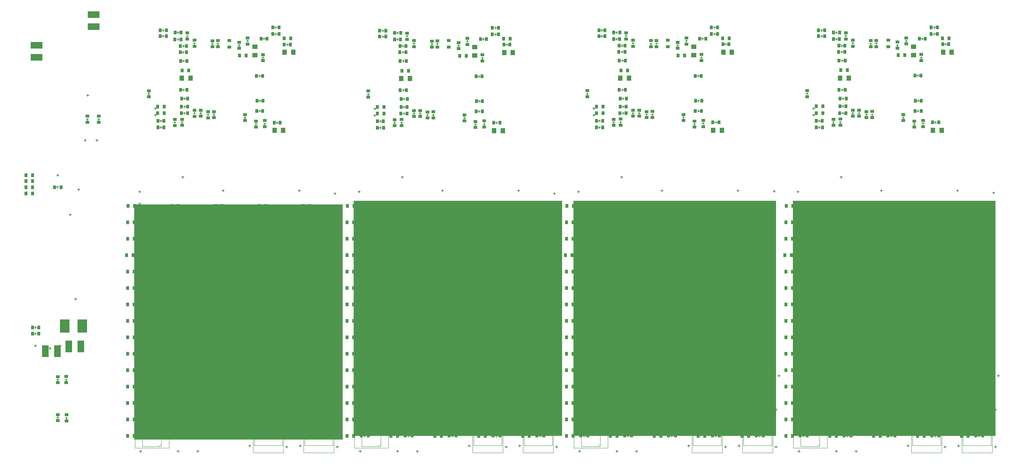
<source format=gbp>
G04*
G04 #@! TF.GenerationSoftware,Altium Limited,Altium Designer,18.1.7 (191)*
G04*
G04 Layer_Color=128*
%FSLAX25Y25*%
%MOIN*%
G70*
G01*
G75*
%ADD13C,0.00394*%
%ADD14C,0.00500*%
%ADD18C,0.00197*%
%ADD19R,1.90000X2.15000*%
%ADD20R,1.85000X2.15000*%
%ADD23R,0.03500X0.03000*%
%ADD29R,0.03543X0.03000*%
%ADD32R,0.06299X0.11000*%
%ADD33R,0.03000X0.03500*%
%ADD34R,0.03000X0.03543*%
%ADD36R,0.02756X0.03150*%
%ADD40R,0.03937X0.04921*%
%ADD128R,0.11000X0.06299*%
%ADD129R,0.09000X0.12000*%
%ADD130R,0.04921X0.03937*%
D13*
X886858Y17055D02*
Y34378D01*
X861268Y17055D02*
X886858D01*
X861268D02*
Y34378D01*
X886858D01*
X884299D02*
X886858Y31819D01*
X686858Y17055D02*
Y34378D01*
X661268Y17055D02*
X686858D01*
X661268D02*
Y34378D01*
X686858D01*
X684299D02*
X686858Y31819D01*
X486858Y17055D02*
Y34378D01*
X461268Y17055D02*
X486858D01*
X461268D02*
Y34378D01*
X486858D01*
X484299D02*
X486858Y31819D01*
X286858Y17055D02*
Y34378D01*
X261268Y17055D02*
X286858D01*
X261268D02*
Y34378D01*
X286858D01*
X284299D02*
X286858Y31819D01*
X840858Y17055D02*
Y34378D01*
X815268Y17055D02*
X840858D01*
X815268D02*
Y34378D01*
X840858D01*
X838299D02*
X840858Y31819D01*
X640858Y17055D02*
Y34378D01*
X615268Y17055D02*
X640858D01*
X615268D02*
Y34378D01*
X640858D01*
X638299D02*
X640858Y31819D01*
X440858Y17055D02*
Y34378D01*
X415268Y17055D02*
X440858D01*
X415268D02*
Y34378D01*
X440858D01*
X438299D02*
X440858Y31819D01*
X240858Y17055D02*
Y34378D01*
X215268Y17055D02*
X240858D01*
X215268D02*
Y34378D01*
X240858D01*
X238299D02*
X240858Y31819D01*
X713402Y15921D02*
X730725D01*
X713402D02*
Y41512D01*
X730725D01*
Y15921D02*
Y41512D01*
X728165Y15921D02*
X730725Y18480D01*
X513402Y15921D02*
X530725D01*
X513402D02*
Y41512D01*
X530725D01*
Y15921D02*
Y41512D01*
X528165Y15921D02*
X530725Y18480D01*
X313402Y15921D02*
X330725D01*
X313402D02*
Y41512D01*
X330725D01*
Y15921D02*
Y41512D01*
X328166Y15921D02*
X330725Y18480D01*
X113402Y15921D02*
X130725D01*
X113402D02*
Y41512D01*
X130725D01*
Y15921D02*
Y41512D01*
X128165Y15921D02*
X130725Y18480D01*
X713402Y60921D02*
X730725D01*
X713402D02*
Y86512D01*
X730725D01*
Y60921D02*
Y86512D01*
X728165Y60921D02*
X730725Y63480D01*
X513402Y60921D02*
X530725D01*
X513402D02*
Y86512D01*
X530725D01*
Y60921D02*
Y86512D01*
X528165Y60921D02*
X530725Y63480D01*
X313402Y60921D02*
X330725D01*
X313402D02*
Y86512D01*
X330725D01*
Y60921D02*
Y86512D01*
X328166Y60921D02*
X330725Y63480D01*
X113402Y60921D02*
X130725D01*
X113402D02*
Y86512D01*
X130725D01*
Y60921D02*
Y86512D01*
X128165Y60921D02*
X130725Y63480D01*
X884858Y115055D02*
Y132378D01*
X859268Y115055D02*
X884858D01*
X859268D02*
Y132378D01*
X884858D01*
X882299D02*
X884858Y129819D01*
X684858Y115055D02*
Y132378D01*
X659268Y115055D02*
X684858D01*
X659268D02*
Y132378D01*
X684858D01*
X682299D02*
X684858Y129819D01*
X484858Y115055D02*
Y132378D01*
X459268Y115055D02*
X484858D01*
X459268D02*
Y132378D01*
X484858D01*
X482299D02*
X484858Y129819D01*
X284858Y115055D02*
Y132378D01*
X259268Y115055D02*
X284858D01*
X259268D02*
Y132378D01*
X284858D01*
X282299D02*
X284858Y129819D01*
X713402Y105921D02*
X730725D01*
X713402D02*
Y131512D01*
X730725D01*
Y105921D02*
Y131512D01*
X728165Y105921D02*
X730725Y108480D01*
X513402Y105921D02*
X530725D01*
X513402D02*
Y131512D01*
X530725D01*
Y105921D02*
Y131512D01*
X528165Y105921D02*
X530725Y108480D01*
X313402Y105921D02*
X330725D01*
X313402D02*
Y131512D01*
X330725D01*
Y105921D02*
Y131512D01*
X328166Y105921D02*
X330725Y108480D01*
X113402Y105921D02*
X130725D01*
X113402D02*
Y131512D01*
X130725D01*
Y105921D02*
Y131512D01*
X128165Y105921D02*
X130725Y108480D01*
X713402Y151921D02*
X730725D01*
X713402D02*
Y177512D01*
X730725D01*
Y151921D02*
Y177512D01*
X728165Y151921D02*
X730725Y154480D01*
X513402Y151921D02*
X530725D01*
X513402D02*
Y177512D01*
X530725D01*
Y151921D02*
Y177512D01*
X528165Y151921D02*
X530725Y154480D01*
X313402Y151921D02*
X330725D01*
X313402D02*
Y177512D01*
X330725D01*
Y151921D02*
Y177512D01*
X328166Y151921D02*
X330725Y154480D01*
X113402Y151921D02*
X130725D01*
X113402D02*
Y177512D01*
X130725D01*
Y151921D02*
Y177512D01*
X128165Y151921D02*
X130725Y154480D01*
X884858Y198055D02*
Y215378D01*
X859268Y198055D02*
X884858D01*
X859268D02*
Y215378D01*
X884858D01*
X882299D02*
X884858Y212819D01*
X684858Y198055D02*
Y215378D01*
X659268Y198055D02*
X684858D01*
X659268D02*
Y215378D01*
X684858D01*
X682299D02*
X684858Y212819D01*
X484858Y198055D02*
Y215378D01*
X459268Y198055D02*
X484858D01*
X459268D02*
Y215378D01*
X484858D01*
X482299D02*
X484858Y212819D01*
X284858Y198055D02*
Y215378D01*
X259268Y198055D02*
X284858D01*
X259268D02*
Y215378D01*
X284858D01*
X282299D02*
X284858Y212819D01*
X781918Y198389D02*
Y215712D01*
X756327Y198389D02*
X781918D01*
X756327D02*
Y215712D01*
X781918D01*
X779359D02*
X781918Y213153D01*
X581918Y198389D02*
Y215712D01*
X556327Y198389D02*
X581918D01*
X556327D02*
Y215712D01*
X581918D01*
X579359D02*
X581918Y213153D01*
X381918Y198389D02*
Y215712D01*
X356328Y198389D02*
X381918D01*
X356328D02*
Y215712D01*
X381918D01*
X379359D02*
X381918Y213153D01*
X181918Y198389D02*
Y215712D01*
X156327Y198389D02*
X181918D01*
X156327D02*
Y215712D01*
X181918D01*
X179359D02*
X181918Y213153D01*
X740864Y197087D02*
Y214409D01*
X715273Y197087D02*
X740864D01*
X715273D02*
Y214409D01*
X740864D01*
X738305D02*
X740864Y211850D01*
X540864Y197087D02*
Y214409D01*
X515273Y197087D02*
X540864D01*
X515273D02*
Y214409D01*
X540864D01*
X538305D02*
X540864Y211850D01*
X340864Y197087D02*
Y214409D01*
X315273Y197087D02*
X340864D01*
X315273D02*
Y214409D01*
X340864D01*
X338305D02*
X340864Y211850D01*
X140864Y197087D02*
Y214409D01*
X115273Y197087D02*
X140864D01*
X115273D02*
Y214409D01*
X140864D01*
X138305D02*
X140864Y211850D01*
D14*
X35167Y42471D02*
X37167D01*
X36167Y41471D02*
Y43471D01*
X35177Y77003D02*
X37177D01*
X36177Y76003D02*
Y78003D01*
X43137Y42227D02*
X45137D01*
X44137Y41227D02*
Y43227D01*
X43037Y77217D02*
X45037D01*
X44037Y76217D02*
Y78217D01*
X16032Y123803D02*
Y125803D01*
X15032Y124803D02*
X17032D01*
X16002Y118213D02*
Y120213D01*
X15002Y119213D02*
X17002D01*
X72484Y314866D02*
X74484D01*
X73484Y313866D02*
Y315866D01*
X62244Y314866D02*
X64244D01*
X63244Y313866D02*
Y315866D01*
X38282Y107039D02*
Y109039D01*
X37282Y108039D02*
X39282D01*
X15002Y108165D02*
X17002D01*
X16002Y107165D02*
Y109165D01*
X71070Y295647D02*
X73070D01*
X72070Y294647D02*
Y296646D01*
X52468Y149706D02*
Y151707D01*
X51468Y150707D02*
X53468D01*
X35016Y252918D02*
X37016D01*
X36016Y251918D02*
Y253918D01*
X62474Y336706D02*
X64474D01*
X63474Y335706D02*
Y337706D01*
X60364Y295827D02*
X62364D01*
X61364Y294827D02*
Y296827D01*
X54234Y250657D02*
X56234D01*
X55234Y249657D02*
Y251657D01*
X46424Y227826D02*
X48424D01*
X47424Y226827D02*
Y228826D01*
X35278Y263834D02*
X37278D01*
X36278Y262834D02*
Y264834D01*
X28322Y105783D02*
X30322D01*
X29322Y104783D02*
Y106783D01*
X456227Y16716D02*
X458227D01*
X457227Y15717D02*
Y17717D01*
X456227Y49716D02*
X458227D01*
X457227Y48717D02*
Y50717D01*
X456063Y68717D02*
X458063D01*
X457063Y67716D02*
Y69717D01*
X490063Y15717D02*
X492063D01*
X491063Y14717D02*
Y16716D01*
X490063Y49716D02*
X492063D01*
X491063Y48717D02*
Y50717D01*
X492508Y80717D02*
X494508D01*
X493507Y79716D02*
Y81717D01*
X476063Y24716D02*
Y26717D01*
X475063Y25717D02*
X477063D01*
X476063Y39717D02*
Y41717D01*
X475063Y40716D02*
X477063D01*
X476063Y54716D02*
Y56717D01*
X475063Y55717D02*
X477063D01*
X876063Y54716D02*
Y56717D01*
X875063Y55717D02*
X877063D01*
X876063Y39717D02*
Y41717D01*
X875063Y40716D02*
X877063D01*
X876063Y24716D02*
Y26717D01*
X875063Y25717D02*
X877063D01*
X676063Y54716D02*
Y56717D01*
X675063Y55717D02*
X677063D01*
X676063Y39717D02*
Y41717D01*
X675063Y40716D02*
X677063D01*
X676063Y24716D02*
Y26717D01*
X675063Y25717D02*
X677063D01*
X876063Y69717D02*
Y71716D01*
X875063Y70717D02*
X877063D01*
X876063Y84716D02*
Y86717D01*
X875063Y85716D02*
X877063D01*
X836063Y24716D02*
Y26717D01*
X835063Y25717D02*
X837063D01*
X836063Y39717D02*
Y41717D01*
X835063Y40716D02*
X837063D01*
X836063Y54716D02*
Y56717D01*
X835063Y55717D02*
X837063D01*
X836063Y69717D02*
Y71716D01*
X835063Y70717D02*
X837063D01*
X836063Y84716D02*
Y86717D01*
X835063Y85716D02*
X837063D01*
X796063Y24716D02*
Y26717D01*
X795063Y25717D02*
X797063D01*
X676063Y69717D02*
Y71716D01*
X675063Y70717D02*
X677063D01*
X676063Y84716D02*
Y86717D01*
X675063Y85716D02*
X677063D01*
X636063Y24716D02*
Y26717D01*
X635063Y25717D02*
X637063D01*
X636063Y39717D02*
Y41717D01*
X635063Y40716D02*
X637063D01*
X636063Y54716D02*
Y56717D01*
X635063Y55717D02*
X637063D01*
X636063Y69717D02*
Y71716D01*
X635063Y70717D02*
X637063D01*
X636063Y84716D02*
Y86717D01*
X635063Y85716D02*
X637063D01*
X596063Y24716D02*
Y26717D01*
X595063Y25717D02*
X597063D01*
X476063Y69717D02*
Y71716D01*
X475063Y70717D02*
X477063D01*
X476063Y84716D02*
Y86717D01*
X475063Y85716D02*
X477063D01*
X436063Y24716D02*
Y26717D01*
X435063Y25717D02*
X437063D01*
X436063Y39717D02*
Y41717D01*
X435063Y40716D02*
X437063D01*
X436063Y54716D02*
Y56717D01*
X435063Y55717D02*
X437063D01*
X436063Y69717D02*
Y71716D01*
X435063Y70717D02*
X437063D01*
X436063Y84716D02*
Y86717D01*
X435063Y85716D02*
X437063D01*
X396063Y24716D02*
Y26717D01*
X395063Y25717D02*
X397063D01*
X756063Y24716D02*
Y26717D01*
X755063Y25717D02*
X757063D01*
X716063Y24716D02*
Y26717D01*
X715063Y25717D02*
X717063D01*
X796063Y39717D02*
Y41717D01*
X795063Y40716D02*
X797063D01*
X756063Y39717D02*
Y41717D01*
X755063Y40716D02*
X757063D01*
X716063Y39717D02*
Y41717D01*
X715063Y40716D02*
X717063D01*
X796063Y54716D02*
Y56717D01*
X795063Y55717D02*
X797063D01*
X756063Y54716D02*
Y56717D01*
X755063Y55717D02*
X757063D01*
X716063Y54716D02*
Y56717D01*
X715063Y55717D02*
X717063D01*
X556063Y24716D02*
Y26717D01*
X555063Y25717D02*
X557063D01*
X516063Y24716D02*
Y26717D01*
X515063Y25717D02*
X517063D01*
X596063Y39717D02*
Y41717D01*
X595063Y40716D02*
X597063D01*
X556063Y39717D02*
Y41717D01*
X555063Y40716D02*
X557063D01*
X516063Y39717D02*
Y41717D01*
X515063Y40716D02*
X517063D01*
X596063Y54716D02*
Y56717D01*
X595063Y55717D02*
X597063D01*
X556063Y54716D02*
Y56717D01*
X555063Y55717D02*
X557063D01*
X516063Y54716D02*
Y56717D01*
X515063Y55717D02*
X517063D01*
X356063Y24716D02*
Y26717D01*
X355063Y25717D02*
X357063D01*
X316063Y24716D02*
Y26717D01*
X315063Y25717D02*
X317063D01*
X396063Y39717D02*
Y41717D01*
X395063Y40716D02*
X397063D01*
X356063Y39717D02*
Y41717D01*
X355063Y40716D02*
X357063D01*
X316063Y39717D02*
Y41717D01*
X315063Y40716D02*
X317063D01*
X396063Y54716D02*
Y56717D01*
X395063Y55717D02*
X397063D01*
X356063Y54716D02*
Y56717D01*
X355063Y55717D02*
X357063D01*
X316063Y54716D02*
Y56717D01*
X315063Y55717D02*
X317063D01*
X796063Y69717D02*
Y71716D01*
X795063Y70717D02*
X797063D01*
X756063Y69717D02*
Y71716D01*
X755063Y70717D02*
X757063D01*
X716063Y69717D02*
Y71716D01*
X715063Y70717D02*
X717063D01*
X796063Y84716D02*
Y86717D01*
X795063Y85716D02*
X797063D01*
X756063Y84716D02*
Y86717D01*
X755063Y85716D02*
X757063D01*
X716063Y84716D02*
Y86717D01*
X715063Y85716D02*
X717063D01*
X756063Y99717D02*
Y101716D01*
X755063Y100716D02*
X757063D01*
X716063Y99717D02*
Y101716D01*
X715063Y100716D02*
X717063D01*
X596063Y69717D02*
Y71716D01*
X595063Y70717D02*
X597063D01*
X556063Y69717D02*
Y71716D01*
X555063Y70717D02*
X557063D01*
X516063Y69717D02*
Y71716D01*
X515063Y70717D02*
X517063D01*
X596063Y84716D02*
Y86717D01*
X595063Y85716D02*
X597063D01*
X556063Y84716D02*
Y86717D01*
X555063Y85716D02*
X557063D01*
X516063Y84716D02*
Y86717D01*
X515063Y85716D02*
X517063D01*
X556063Y99717D02*
Y101716D01*
X555063Y100716D02*
X557063D01*
X516063Y99717D02*
Y101716D01*
X515063Y100716D02*
X517063D01*
X396063Y69717D02*
Y71716D01*
X395063Y70717D02*
X397063D01*
X356063Y69717D02*
Y71716D01*
X355063Y70717D02*
X357063D01*
X316063Y69717D02*
Y71716D01*
X315063Y70717D02*
X317063D01*
X396063Y84716D02*
Y86717D01*
X395063Y85716D02*
X397063D01*
X356063Y84716D02*
Y86717D01*
X355063Y85716D02*
X357063D01*
X316063Y84716D02*
Y86717D01*
X315063Y85716D02*
X317063D01*
X356063Y99717D02*
Y101716D01*
X355063Y100716D02*
X357063D01*
X316063Y99717D02*
Y101716D01*
X315063Y100716D02*
X317063D01*
X876063Y99717D02*
Y101716D01*
X875063Y100716D02*
X877063D01*
X876063Y114716D02*
Y116717D01*
X875063Y115717D02*
X877063D01*
X876063Y129717D02*
Y131717D01*
X875063Y130717D02*
X877063D01*
X876063Y144717D02*
Y146716D01*
X875063Y145717D02*
X877063D01*
X836063Y99717D02*
Y101716D01*
X835063Y100716D02*
X837063D01*
X836063Y114716D02*
Y116717D01*
X835063Y115717D02*
X837063D01*
X836063Y144717D02*
Y146716D01*
X835063Y145717D02*
X837063D01*
X836063Y129717D02*
Y131717D01*
X835063Y130717D02*
X837063D01*
X676063Y99717D02*
Y101716D01*
X675063Y100716D02*
X677063D01*
X676063Y114716D02*
Y116717D01*
X675063Y115717D02*
X677063D01*
X676063Y129717D02*
Y131717D01*
X675063Y130717D02*
X677063D01*
X676063Y144717D02*
Y146716D01*
X675063Y145717D02*
X677063D01*
X636063Y99717D02*
Y101716D01*
X635063Y100716D02*
X637063D01*
X636063Y114716D02*
Y116717D01*
X635063Y115717D02*
X637063D01*
X636063Y144717D02*
Y146716D01*
X635063Y145717D02*
X637063D01*
X636063Y129717D02*
Y131717D01*
X635063Y130717D02*
X637063D01*
X476063Y99717D02*
Y101716D01*
X475063Y100716D02*
X477063D01*
X476063Y114716D02*
Y116717D01*
X475063Y115717D02*
X477063D01*
X476063Y129717D02*
Y131717D01*
X475063Y130717D02*
X477063D01*
X476063Y144717D02*
Y146716D01*
X475063Y145717D02*
X477063D01*
X436063Y99717D02*
Y101716D01*
X435063Y100716D02*
X437063D01*
X436063Y114716D02*
Y116717D01*
X435063Y115717D02*
X437063D01*
X436063Y144717D02*
Y146716D01*
X435063Y145717D02*
X437063D01*
X436063Y129717D02*
Y131717D01*
X435063Y130717D02*
X437063D01*
X796063Y99717D02*
Y101716D01*
X795063Y100716D02*
X797063D01*
X796063Y114716D02*
Y116717D01*
X795063Y115717D02*
X797063D01*
X756063Y114716D02*
Y116717D01*
X755063Y115717D02*
X757063D01*
X716063Y114716D02*
Y116717D01*
X715063Y115717D02*
X717063D01*
X796063Y129717D02*
Y131717D01*
X795063Y130717D02*
X797063D01*
X756063Y129717D02*
Y131717D01*
X755063Y130717D02*
X757063D01*
X716063Y129717D02*
Y131717D01*
X715063Y130717D02*
X717063D01*
X716063Y144717D02*
Y146716D01*
X715063Y145717D02*
X717063D01*
X596063Y99717D02*
Y101716D01*
X595063Y100716D02*
X597063D01*
X596063Y114716D02*
Y116717D01*
X595063Y115717D02*
X597063D01*
X556063Y114716D02*
Y116717D01*
X555063Y115717D02*
X557063D01*
X516063Y114716D02*
Y116717D01*
X515063Y115717D02*
X517063D01*
X596063Y129717D02*
Y131717D01*
X595063Y130717D02*
X597063D01*
X556063Y129717D02*
Y131717D01*
X555063Y130717D02*
X557063D01*
X516063Y129717D02*
Y131717D01*
X515063Y130717D02*
X517063D01*
X516063Y144717D02*
Y146716D01*
X515063Y145717D02*
X517063D01*
X396063Y99717D02*
Y101716D01*
X395063Y100716D02*
X397063D01*
X396063Y114716D02*
Y116717D01*
X395063Y115717D02*
X397063D01*
X356063Y114716D02*
Y116717D01*
X355063Y115717D02*
X357063D01*
X316063Y114716D02*
Y116717D01*
X315063Y115717D02*
X317063D01*
X396063Y129717D02*
Y131717D01*
X395063Y130717D02*
X397063D01*
X356063Y129717D02*
Y131717D01*
X355063Y130717D02*
X357063D01*
X316063Y129717D02*
Y131717D01*
X315063Y130717D02*
X317063D01*
X316063Y144717D02*
Y146716D01*
X315063Y145717D02*
X317063D01*
X756063Y144717D02*
Y146716D01*
X755063Y145717D02*
X757063D01*
X796063Y144717D02*
Y146716D01*
X795063Y145717D02*
X797063D01*
X796063Y159716D02*
Y161716D01*
X795063Y160716D02*
X797063D01*
X756063Y159716D02*
Y161716D01*
X755063Y160716D02*
X757063D01*
X716063Y159716D02*
Y161716D01*
X715063Y160716D02*
X717063D01*
X796063Y174716D02*
Y176716D01*
X795063Y175716D02*
X797063D01*
X756063Y174716D02*
Y176716D01*
X755063Y175716D02*
X757063D01*
X716063Y174716D02*
Y176716D01*
X715063Y175716D02*
X717063D01*
X556063Y144717D02*
Y146716D01*
X555063Y145717D02*
X557063D01*
X596063Y144717D02*
Y146716D01*
X595063Y145717D02*
X597063D01*
X596063Y159716D02*
Y161716D01*
X595063Y160716D02*
X597063D01*
X556063Y159716D02*
Y161716D01*
X555063Y160716D02*
X557063D01*
X516063Y159716D02*
Y161716D01*
X515063Y160716D02*
X517063D01*
X596063Y174716D02*
Y176716D01*
X595063Y175716D02*
X597063D01*
X556063Y174716D02*
Y176716D01*
X555063Y175716D02*
X557063D01*
X516063Y174716D02*
Y176716D01*
X515063Y175716D02*
X517063D01*
X356063Y144717D02*
Y146716D01*
X355063Y145717D02*
X357063D01*
X396063Y144717D02*
Y146716D01*
X395063Y145717D02*
X397063D01*
X396063Y159716D02*
Y161716D01*
X395063Y160716D02*
X397063D01*
X356063Y159716D02*
Y161716D01*
X355063Y160716D02*
X357063D01*
X316063Y159716D02*
Y161716D01*
X315063Y160716D02*
X317063D01*
X396063Y174716D02*
Y176716D01*
X395063Y175716D02*
X397063D01*
X356063Y174716D02*
Y176716D01*
X355063Y175716D02*
X357063D01*
X316063Y174716D02*
Y176716D01*
X315063Y175716D02*
X317063D01*
X876063Y174716D02*
Y176716D01*
X875063Y175716D02*
X877063D01*
X876063Y159716D02*
Y161716D01*
X875063Y160716D02*
X877063D01*
X876063Y189716D02*
Y191717D01*
X875063Y190717D02*
X877063D01*
X876063Y204716D02*
Y206716D01*
X875063Y205716D02*
X877063D01*
X876063Y219717D02*
Y221716D01*
X875063Y220717D02*
X877063D01*
X876063Y234717D02*
Y236717D01*
X875063Y235717D02*
X877063D01*
X836063Y159716D02*
Y161716D01*
X835063Y160716D02*
X837063D01*
X836063Y174716D02*
Y176716D01*
X835063Y175716D02*
X837063D01*
X676063Y174716D02*
Y176716D01*
X675063Y175716D02*
X677063D01*
X676063Y159716D02*
Y161716D01*
X675063Y160716D02*
X677063D01*
X676063Y189716D02*
Y191717D01*
X675063Y190717D02*
X677063D01*
X676063Y204716D02*
Y206716D01*
X675063Y205716D02*
X677063D01*
X676063Y219717D02*
Y221716D01*
X675063Y220717D02*
X677063D01*
X676063Y234717D02*
Y236717D01*
X675063Y235717D02*
X677063D01*
X636063Y159716D02*
Y161716D01*
X635063Y160716D02*
X637063D01*
X636063Y174716D02*
Y176716D01*
X635063Y175716D02*
X637063D01*
X476063Y174716D02*
Y176716D01*
X475063Y175716D02*
X477063D01*
X476063Y159716D02*
Y161716D01*
X475063Y160716D02*
X477063D01*
X476063Y189716D02*
Y191717D01*
X475063Y190717D02*
X477063D01*
X476063Y204716D02*
Y206716D01*
X475063Y205716D02*
X477063D01*
X476063Y219717D02*
Y221716D01*
X475063Y220717D02*
X477063D01*
X476063Y234717D02*
Y236717D01*
X475063Y235717D02*
X477063D01*
X436063Y159716D02*
Y161716D01*
X435063Y160716D02*
X437063D01*
X436063Y174716D02*
Y176716D01*
X435063Y175716D02*
X437063D01*
X786063Y249716D02*
X788063D01*
X787063Y248716D02*
Y250716D01*
X751287Y198050D02*
X753287D01*
X752287Y197050D02*
Y199050D01*
X749123Y262050D02*
X751123D01*
X750123Y261050D02*
Y263050D01*
X785123Y197050D02*
X787123D01*
X786123Y196050D02*
Y198050D01*
X751287Y231125D02*
X753287D01*
X752287Y230125D02*
Y232125D01*
X785123Y231050D02*
X787123D01*
X786123Y230050D02*
Y232050D01*
X585123Y197050D02*
X587123D01*
X586123Y196050D02*
Y198050D01*
X585123Y231050D02*
X587123D01*
X586123Y230050D02*
Y232050D01*
X586063Y249716D02*
X588063D01*
X587063Y248716D02*
Y250716D01*
X551287Y198050D02*
X553287D01*
X552287Y197050D02*
Y199050D01*
X551287Y231125D02*
X553287D01*
X552287Y230125D02*
Y232125D01*
X549123Y262050D02*
X551123D01*
X550123Y261050D02*
Y263050D01*
X796063Y189716D02*
Y191717D01*
X795063Y190717D02*
X797063D01*
X836063Y189716D02*
Y191717D01*
X835063Y190717D02*
X837063D01*
X836063Y204716D02*
Y206716D01*
X835063Y205716D02*
X837063D01*
X796063Y204716D02*
Y206716D01*
X795063Y205716D02*
X797063D01*
X836063Y219717D02*
Y221716D01*
X835063Y220717D02*
X837063D01*
X796063Y219717D02*
Y221716D01*
X795063Y220717D02*
X797063D01*
X836063Y234717D02*
Y236717D01*
X835063Y235717D02*
X837063D01*
X796063Y234717D02*
Y236717D01*
X795063Y235717D02*
X797063D01*
X596063Y189716D02*
Y191717D01*
X595063Y190717D02*
X597063D01*
X636063Y189716D02*
Y191717D01*
X635063Y190717D02*
X637063D01*
X636063Y204716D02*
Y206716D01*
X635063Y205716D02*
X637063D01*
X596063Y204716D02*
Y206716D01*
X595063Y205716D02*
X597063D01*
X636063Y219717D02*
Y221716D01*
X635063Y220717D02*
X637063D01*
X596063Y219717D02*
Y221716D01*
X595063Y220717D02*
X597063D01*
X636063Y234717D02*
Y236717D01*
X635063Y235717D02*
X637063D01*
X596063Y234717D02*
Y236717D01*
X595063Y235717D02*
X597063D01*
X396063Y189716D02*
Y191717D01*
X395063Y190717D02*
X397063D01*
X436063Y189716D02*
Y191717D01*
X435063Y190717D02*
X437063D01*
X436063Y204716D02*
Y206716D01*
X435063Y205716D02*
X437063D01*
X396063Y204716D02*
Y206716D01*
X395063Y205716D02*
X397063D01*
X436063Y219717D02*
Y221716D01*
X435063Y220717D02*
X437063D01*
X396063Y219717D02*
Y221716D01*
X395063Y220717D02*
X397063D01*
X436063Y234717D02*
Y236717D01*
X435063Y235717D02*
X437063D01*
X396063Y234717D02*
Y236717D01*
X395063Y235717D02*
X397063D01*
X510227Y197716D02*
X512227D01*
X511227Y196716D02*
Y198716D01*
X510063Y224716D02*
X512063D01*
X511063Y223716D02*
Y225716D01*
X510063Y237717D02*
X512063D01*
X511063Y236717D02*
Y238717D01*
X510063Y248716D02*
X512063D01*
X511063Y247716D02*
Y249716D01*
X543456Y197740D02*
X545456D01*
X544456Y196740D02*
Y198740D01*
X544063Y230716D02*
X546063D01*
X545063Y229716D02*
Y231716D01*
X316063Y189716D02*
Y191717D01*
X315063Y190717D02*
X317063D01*
X316063Y204716D02*
Y206716D01*
X315063Y205716D02*
X317063D01*
X316063Y219717D02*
Y221717D01*
X315063Y220717D02*
X317063D01*
X316063Y234717D02*
Y236717D01*
X315063Y235717D02*
X317063D01*
X356063Y189716D02*
Y191717D01*
X355063Y190717D02*
X357063D01*
X356063Y204716D02*
Y206716D01*
X355063Y205716D02*
X357063D01*
X356063Y219717D02*
Y221717D01*
X355063Y220717D02*
X357063D01*
X356063Y234717D02*
Y236717D01*
X355063Y235717D02*
X357063D01*
X344063Y230716D02*
X346063D01*
X345063Y229716D02*
Y231716D01*
X343456Y197740D02*
X345456D01*
X344456Y196740D02*
Y198740D01*
X310227Y197716D02*
X312227D01*
X311227Y196716D02*
Y198716D01*
X310063Y237717D02*
X312063D01*
X311063Y236717D02*
Y238717D01*
X310063Y248716D02*
X312063D01*
X311063Y247716D02*
Y249716D01*
X310063Y224716D02*
X312063D01*
X311063Y223716D02*
Y225716D01*
X756063Y189716D02*
Y191717D01*
X755063Y190717D02*
X757063D01*
X756063Y204716D02*
Y206716D01*
X755063Y205716D02*
X757063D01*
X756063Y219717D02*
Y221716D01*
X755063Y220717D02*
X757063D01*
X756063Y234717D02*
Y236717D01*
X755063Y235717D02*
X757063D01*
X716063Y189716D02*
Y191717D01*
X715063Y190717D02*
X717063D01*
X716063Y204716D02*
Y206716D01*
X715063Y205716D02*
X717063D01*
X716063Y219717D02*
Y221716D01*
X715063Y220717D02*
X717063D01*
X716063Y234717D02*
Y236717D01*
X715063Y235717D02*
X717063D01*
X556063Y189716D02*
Y191717D01*
X555063Y190717D02*
X557063D01*
X556063Y204716D02*
Y206716D01*
X555063Y205716D02*
X557063D01*
X556063Y219717D02*
Y221716D01*
X555063Y220717D02*
X557063D01*
X556063Y234717D02*
Y236717D01*
X555063Y235717D02*
X557063D01*
X516063Y189716D02*
Y191717D01*
X515063Y190717D02*
X517063D01*
X516063Y204716D02*
Y206716D01*
X515063Y205716D02*
X517063D01*
X516063Y219717D02*
Y221716D01*
X515063Y220717D02*
X517063D01*
X516063Y234717D02*
Y236717D01*
X515063Y235717D02*
X517063D01*
X276063Y204716D02*
Y206716D01*
X275063Y205716D02*
X277063D01*
X236063Y234717D02*
Y236717D01*
X235063Y235717D02*
X237063D01*
X196063Y144717D02*
Y146716D01*
X195063Y145717D02*
X197063D01*
X710227Y197716D02*
X712227D01*
X711227Y196716D02*
Y198716D01*
X744063Y230716D02*
X746063D01*
X745063Y229716D02*
Y231716D01*
X710063Y248716D02*
X712063D01*
X711063Y247716D02*
Y249716D01*
X710063Y224716D02*
X712063D01*
X711063Y223716D02*
Y225716D01*
X710063Y237717D02*
X712063D01*
X711063Y236717D02*
Y238717D01*
X743456Y197740D02*
X745456D01*
X744456Y196740D02*
Y198740D01*
X116063Y234717D02*
Y236717D01*
X115063Y235717D02*
X117063D01*
X115063Y220717D02*
X117063D01*
X116063Y219717D02*
Y221716D01*
X856227Y49716D02*
X858227D01*
X857227Y48717D02*
Y50717D01*
X892508Y80717D02*
X894508D01*
X893508Y79716D02*
Y81717D01*
X890063Y15717D02*
X892063D01*
X891063Y14717D02*
Y16716D01*
X890063Y49716D02*
X892063D01*
X891063Y48717D02*
Y50717D01*
X856063Y68717D02*
X858063D01*
X857063Y67716D02*
Y69717D01*
X856227Y16716D02*
X858227D01*
X857227Y15717D02*
Y17717D01*
X810227Y49716D02*
X812227D01*
X811227Y48717D02*
Y50717D01*
X844063Y66716D02*
X846063D01*
X845063Y65716D02*
Y67716D01*
X844063Y15717D02*
X846063D01*
X845063Y14717D02*
Y16716D01*
X844063Y49716D02*
X846063D01*
X845063Y48717D02*
Y50717D01*
X810063Y67716D02*
X812063D01*
X811063Y66716D02*
Y68717D01*
X810227Y16716D02*
X812227D01*
X811227Y15717D02*
Y17717D01*
X746063Y44553D02*
Y46553D01*
X745063Y45553D02*
X747063D01*
X764063Y10717D02*
Y12717D01*
X763063Y11716D02*
X765063D01*
X712063Y10717D02*
Y12717D01*
X711063Y11716D02*
X713063D01*
X746063Y10717D02*
Y12717D01*
X745063Y11716D02*
X747063D01*
X764173Y47819D02*
Y49819D01*
X763173Y48819D02*
X765173D01*
X713063Y44553D02*
Y46553D01*
X712063Y45553D02*
X714063D01*
X746063Y89553D02*
Y91553D01*
X745063Y90553D02*
X747063D01*
X765063Y55717D02*
Y57717D01*
X764063Y56717D02*
X766063D01*
X712063Y55717D02*
Y57717D01*
X711063Y56717D02*
X713063D01*
X746063Y55717D02*
Y57717D01*
X745063Y56717D02*
X747063D01*
X764173Y92701D02*
Y94701D01*
X763173Y93701D02*
X765173D01*
X713063Y89553D02*
Y91553D01*
X712063Y90553D02*
X714063D01*
X854227Y147716D02*
X856227D01*
X855227Y146716D02*
Y148716D01*
X888508Y165717D02*
X890508D01*
X889508Y164716D02*
Y166717D01*
X888063Y113716D02*
X890063D01*
X889063Y112716D02*
Y114716D01*
X888063Y147716D02*
X890063D01*
X889063Y146716D02*
Y148716D01*
X853906Y178605D02*
X855906D01*
X854906Y177605D02*
Y179605D01*
X854227Y114716D02*
X856227D01*
X855227Y113716D02*
Y115717D01*
X746063Y134553D02*
Y136553D01*
X745063Y135553D02*
X747063D01*
X764756Y100535D02*
Y102535D01*
X763756Y101535D02*
X765756D01*
X712063Y100716D02*
Y102717D01*
X711063Y101716D02*
X713063D01*
X746063Y100716D02*
Y102717D01*
X745063Y101716D02*
X747063D01*
X764684Y135048D02*
Y137048D01*
X763684Y136048D02*
X765684D01*
X713063Y134553D02*
Y136553D01*
X712063Y135553D02*
X714063D01*
X746138Y180553D02*
Y182553D01*
X745138Y181553D02*
X747138D01*
X764063Y146716D02*
Y148716D01*
X763063Y147716D02*
X765063D01*
X712063Y146716D02*
Y148716D01*
X711063Y147716D02*
X713063D01*
X746063Y146716D02*
Y148716D01*
X745063Y147716D02*
X747063D01*
X765063Y180717D02*
Y182717D01*
X764063Y181717D02*
X766063D01*
X713063Y180553D02*
Y182553D01*
X712063Y181553D02*
X714063D01*
X854227Y229716D02*
X856227D01*
X855227Y228716D02*
Y230716D01*
X888367Y247688D02*
X890367D01*
X889367Y246688D02*
Y248688D01*
X888063Y196716D02*
X890063D01*
X889063Y195717D02*
Y197716D01*
X888063Y230716D02*
X890063D01*
X889063Y229716D02*
Y231716D01*
X855089Y249716D02*
X857089D01*
X856089Y248716D02*
Y250716D01*
X854227Y197716D02*
X856227D01*
X855227Y196716D02*
Y198716D01*
X656227Y49716D02*
X658227D01*
X657227Y48717D02*
Y50717D01*
X692508Y80717D02*
X694508D01*
X693507Y79716D02*
Y81717D01*
X690063Y15717D02*
X692063D01*
X691063Y14717D02*
Y16716D01*
X690063Y49716D02*
X692063D01*
X691063Y48717D02*
Y50717D01*
X656063Y68717D02*
X658063D01*
X657063Y67716D02*
Y69717D01*
X656227Y16716D02*
X658227D01*
X657227Y15717D02*
Y17717D01*
X610227Y49716D02*
X612227D01*
X611227Y48717D02*
Y50717D01*
X644063Y66716D02*
X646063D01*
X645063Y65716D02*
Y67716D01*
X644063Y15717D02*
X646063D01*
X645063Y14717D02*
Y16716D01*
X644063Y49716D02*
X646063D01*
X645063Y48717D02*
Y50717D01*
X610063Y67716D02*
X612063D01*
X611063Y66716D02*
Y68717D01*
X610227Y16716D02*
X612227D01*
X611227Y15717D02*
Y17717D01*
X546063Y44553D02*
Y46553D01*
X545063Y45553D02*
X547063D01*
X564063Y10717D02*
Y12717D01*
X563063Y11716D02*
X565063D01*
X512063Y10717D02*
Y12717D01*
X511063Y11716D02*
X513063D01*
X546063Y10717D02*
Y12717D01*
X545063Y11716D02*
X547063D01*
X564173Y47819D02*
Y49819D01*
X563173Y48819D02*
X565173D01*
X513063Y44553D02*
Y46553D01*
X512063Y45553D02*
X514063D01*
X546063Y89553D02*
Y91553D01*
X545063Y90553D02*
X547063D01*
X565063Y55717D02*
Y57717D01*
X564063Y56717D02*
X566063D01*
X512063Y55717D02*
Y57717D01*
X511063Y56717D02*
X513063D01*
X546063Y55717D02*
Y57717D01*
X545063Y56717D02*
X547063D01*
X564173Y92701D02*
Y94701D01*
X563173Y93701D02*
X565173D01*
X513063Y89553D02*
Y91553D01*
X512063Y90553D02*
X514063D01*
X654227Y147716D02*
X656227D01*
X655227Y146716D02*
Y148716D01*
X688508Y165717D02*
X690508D01*
X689507Y164716D02*
Y166717D01*
X688063Y113716D02*
X690063D01*
X689063Y112716D02*
Y114716D01*
X688063Y147716D02*
X690063D01*
X689063Y146716D02*
Y148716D01*
X653906Y178605D02*
X655906D01*
X654906Y177605D02*
Y179605D01*
X654227Y114716D02*
X656227D01*
X655227Y113716D02*
Y115717D01*
X546063Y134553D02*
Y136553D01*
X545063Y135553D02*
X547063D01*
X564756Y100535D02*
Y102535D01*
X563756Y101535D02*
X565756D01*
X512063Y100716D02*
Y102717D01*
X511063Y101716D02*
X513063D01*
X546063Y100716D02*
Y102717D01*
X545063Y101716D02*
X547063D01*
X564684Y135048D02*
Y137048D01*
X563684Y136048D02*
X565684D01*
X513063Y134553D02*
Y136553D01*
X512063Y135553D02*
X514063D01*
X546138Y180553D02*
Y182553D01*
X545138Y181553D02*
X547138D01*
X564063Y146716D02*
Y148716D01*
X563063Y147716D02*
X565063D01*
X512063Y146716D02*
Y148716D01*
X511063Y147716D02*
X513063D01*
X546063Y146716D02*
Y148716D01*
X545063Y147716D02*
X547063D01*
X565063Y180717D02*
Y182717D01*
X564063Y181717D02*
X566063D01*
X513063Y180553D02*
Y182553D01*
X512063Y181553D02*
X514063D01*
X654227Y229716D02*
X656227D01*
X655227Y228716D02*
Y230716D01*
X688120Y249063D02*
X690120D01*
X689120Y248063D02*
Y250063D01*
X688063Y196716D02*
X690063D01*
X689063Y195717D02*
Y197716D01*
X688063Y230716D02*
X690063D01*
X689063Y229716D02*
Y231716D01*
X655089Y249716D02*
X657089D01*
X656089Y248716D02*
Y250716D01*
X654227Y197716D02*
X656227D01*
X655227Y196716D02*
Y198716D01*
X410227Y49716D02*
X412227D01*
X411227Y48717D02*
Y50717D01*
X444063Y66716D02*
X446063D01*
X445063Y65716D02*
Y67716D01*
X444063Y15717D02*
X446063D01*
X445063Y14717D02*
Y16716D01*
X444063Y49716D02*
X446063D01*
X445063Y48717D02*
Y50717D01*
X410063Y67716D02*
X412063D01*
X411063Y66716D02*
Y68717D01*
X410227Y16716D02*
X412227D01*
X411227Y15717D02*
Y17717D01*
X346063Y44553D02*
Y46553D01*
X345063Y45553D02*
X347063D01*
X364063Y10717D02*
Y12717D01*
X363063Y11716D02*
X365063D01*
X312063Y10717D02*
Y12717D01*
X311063Y11716D02*
X313063D01*
X346063Y10717D02*
Y12717D01*
X345063Y11716D02*
X347063D01*
X364173Y47819D02*
Y49819D01*
X363173Y48819D02*
X365173D01*
X313063Y44553D02*
Y46553D01*
X312063Y45553D02*
X314063D01*
X346063Y89553D02*
Y91553D01*
X345063Y90553D02*
X347063D01*
X365063Y55717D02*
Y57717D01*
X364063Y56717D02*
X366063D01*
X312063Y55717D02*
Y57717D01*
X311063Y56717D02*
X313063D01*
X346063Y55717D02*
Y57717D01*
X345063Y56717D02*
X347063D01*
X364173Y92701D02*
Y94701D01*
X363173Y93701D02*
X365173D01*
X313063Y89553D02*
Y91553D01*
X312063Y90553D02*
X314063D01*
X454227Y147716D02*
X456227D01*
X455227Y146716D02*
Y148716D01*
X488508Y165717D02*
X490508D01*
X489507Y164716D02*
Y166717D01*
X488063Y113716D02*
X490063D01*
X489063Y112716D02*
Y114716D01*
X488063Y147716D02*
X490063D01*
X489063Y146716D02*
Y148716D01*
X453906Y178605D02*
X455906D01*
X454906Y177605D02*
Y179605D01*
X454227Y114716D02*
X456227D01*
X455227Y113716D02*
Y115717D01*
X346063Y134553D02*
Y136553D01*
X345063Y135553D02*
X347063D01*
X364756Y100535D02*
Y102535D01*
X363756Y101535D02*
X365756D01*
X312063Y100716D02*
Y102717D01*
X311063Y101716D02*
X313063D01*
X346063Y100716D02*
Y102717D01*
X345063Y101716D02*
X347063D01*
X364684Y135048D02*
Y137048D01*
X363684Y136048D02*
X365684D01*
X313063Y134553D02*
Y136553D01*
X312063Y135553D02*
X314063D01*
X346138Y180553D02*
Y182553D01*
X345138Y181553D02*
X347138D01*
X364063Y146716D02*
Y148716D01*
X363063Y147716D02*
X365063D01*
X312063Y146716D02*
Y148716D01*
X311063Y147716D02*
X313063D01*
X346063Y146716D02*
Y148716D01*
X345063Y147716D02*
X347063D01*
X365063Y180717D02*
Y182717D01*
X364063Y181717D02*
X366063D01*
X313063Y180553D02*
Y182553D01*
X312063Y181553D02*
X314063D01*
X454227Y229716D02*
X456227D01*
X455227Y228716D02*
Y230716D01*
X488063Y247154D02*
X490063D01*
X489063Y246154D02*
Y248154D01*
X488063Y196716D02*
X490063D01*
X489063Y195717D02*
Y197716D01*
X488063Y230716D02*
X490063D01*
X489063Y229716D02*
Y231716D01*
X455089Y249716D02*
X457089D01*
X456089Y248716D02*
Y250716D01*
X454227Y197716D02*
X456227D01*
X455227Y196716D02*
Y198716D01*
X351287Y231125D02*
X353287D01*
X352287Y230125D02*
Y232125D01*
X386063Y249716D02*
X388063D01*
X387063Y248716D02*
Y250716D01*
X385123Y197050D02*
X387123D01*
X386123Y196050D02*
Y198050D01*
X385123Y231050D02*
X387123D01*
X386123Y230050D02*
Y232050D01*
X349123Y262050D02*
X351123D01*
X350123Y261050D02*
Y263050D01*
X351287Y198050D02*
X353287D01*
X352287Y197050D02*
Y199050D01*
X254906Y177605D02*
Y179605D01*
X253906Y178605D02*
X255906D01*
X155063Y115717D02*
X157063D01*
X156063Y114716D02*
Y116717D01*
X116063Y129717D02*
Y131717D01*
X115063Y130717D02*
X117063D01*
X236063Y174716D02*
Y176716D01*
X235063Y175716D02*
X237063D01*
X236063Y99717D02*
Y101716D01*
X235063Y100716D02*
X237063D01*
X116063Y144717D02*
Y146716D01*
X115063Y145717D02*
X117063D01*
X156063Y69717D02*
Y71716D01*
X155063Y70717D02*
X157063D01*
X145063Y90553D02*
X147063D01*
X146063Y89553D02*
Y91553D01*
X145063Y56717D02*
X147063D01*
X146063Y55717D02*
Y57717D01*
X256227Y49716D02*
X258227D01*
X257227Y48717D02*
Y50717D01*
X210227Y49716D02*
X212227D01*
X211227Y48717D02*
Y50717D01*
X146063Y44553D02*
Y46553D01*
X145063Y45553D02*
X147063D01*
X254227Y147716D02*
X256227D01*
X255227Y146716D02*
Y148716D01*
X288508Y165717D02*
X290508D01*
X289508Y164716D02*
Y166717D01*
X288063Y113716D02*
X290063D01*
X289063Y112716D02*
Y114716D01*
X288063Y147716D02*
X290063D01*
X289063Y146716D02*
Y148716D01*
X254227Y114716D02*
X256227D01*
X255227Y113716D02*
Y115717D01*
X146063Y134553D02*
Y136553D01*
X145063Y135553D02*
X147063D01*
X254227Y229716D02*
X256227D01*
X255227Y228716D02*
Y230716D01*
X185123Y197050D02*
X187123D01*
X186123Y196050D02*
Y198050D01*
X288063Y196716D02*
X290063D01*
X289063Y195717D02*
Y197716D01*
X111063Y147716D02*
X113063D01*
X112063Y146716D02*
Y148716D01*
X187063Y248716D02*
Y250716D01*
X186063Y249716D02*
X188063D01*
X289063Y245969D02*
Y247969D01*
X288063Y246969D02*
X290063D01*
X164063Y146716D02*
Y148716D01*
X163063Y147716D02*
X165063D01*
X152287Y230125D02*
Y232125D01*
X151287Y231125D02*
X153287D01*
X146138Y180553D02*
Y182553D01*
X145138Y181553D02*
X147138D01*
X150123Y261050D02*
Y263050D01*
X149123Y262050D02*
X151123D01*
X256089Y248716D02*
Y250716D01*
X255089Y249716D02*
X257089D01*
X165063Y180717D02*
Y182717D01*
X164063Y181717D02*
X166063D01*
X186123Y230050D02*
Y232050D01*
X185123Y231050D02*
X187123D01*
X289063Y229716D02*
Y231716D01*
X288063Y230716D02*
X290063D01*
X146063Y146716D02*
Y148716D01*
X145063Y147716D02*
X147063D01*
X151287Y198050D02*
X153287D01*
X152287Y197050D02*
Y199050D01*
X254227Y197716D02*
X256227D01*
X255227Y196716D02*
Y198716D01*
X112063Y181553D02*
X114063D01*
X113063Y180553D02*
Y182553D01*
X211227Y15717D02*
Y17717D01*
X210227Y16716D02*
X212227D01*
X245063Y14717D02*
Y16716D01*
X244063Y15717D02*
X246063D01*
X244063Y66716D02*
X246063D01*
X245063Y65716D02*
Y67716D01*
X210063D02*
X212063D01*
X211063Y66716D02*
Y68717D01*
X244063Y49716D02*
X246063D01*
X245063Y48717D02*
Y50717D01*
X257227Y15717D02*
Y17717D01*
X256227Y16716D02*
X258227D01*
X291063Y14717D02*
Y16716D01*
X290063Y15717D02*
X292063D01*
X292508Y80717D02*
X294508D01*
X293508Y79716D02*
Y81717D01*
X256063Y68717D02*
X258063D01*
X257063Y67716D02*
Y69717D01*
X290063Y49716D02*
X292063D01*
X291063Y48717D02*
Y50717D01*
X146063Y10717D02*
Y12717D01*
X145063Y11716D02*
X147063D01*
X164173Y47819D02*
Y49819D01*
X163173Y48819D02*
X165173D01*
X164063Y10717D02*
Y12717D01*
X163063Y11716D02*
X165063D01*
X111063D02*
X113063D01*
X112063Y10717D02*
Y12717D01*
Y45553D02*
X114063D01*
X113063Y44553D02*
Y46553D01*
X164173Y92701D02*
Y94701D01*
X163173Y93701D02*
X165173D01*
X165063Y55717D02*
Y57717D01*
X164063Y56717D02*
X166063D01*
X111063D02*
X113063D01*
X112063Y55717D02*
Y57717D01*
Y90553D02*
X114063D01*
X113063Y89553D02*
Y91553D01*
X146063Y100716D02*
Y102717D01*
X145063Y101716D02*
X147063D01*
X164684Y135048D02*
Y137048D01*
X163684Y136048D02*
X165684D01*
X164756Y100535D02*
Y102535D01*
X163756Y101535D02*
X165756D01*
X111063Y101716D02*
X113063D01*
X112063Y100716D02*
Y102717D01*
Y135553D02*
X114063D01*
X113063Y134553D02*
Y136553D01*
X196063Y234717D02*
Y236717D01*
X195063Y235717D02*
X197063D01*
X143456Y197740D02*
X145456D01*
X144456Y196740D02*
Y198740D01*
X110227Y197716D02*
X112227D01*
X111227Y196716D02*
Y198716D01*
X111063Y236717D02*
Y238717D01*
X110063Y237717D02*
X112063D01*
X111063Y223716D02*
Y225716D01*
X110063Y224716D02*
X112063D01*
X111063Y247716D02*
Y249716D01*
X110063Y248716D02*
X112063D01*
X145063Y229716D02*
Y231716D01*
X144063Y230716D02*
X146063D01*
X195063Y190717D02*
X197063D01*
X196063Y189716D02*
Y191717D01*
X115063Y175716D02*
X117063D01*
X116063Y174716D02*
Y176716D01*
X235063Y130717D02*
X237063D01*
X236063Y129717D02*
Y131717D01*
X115063Y100716D02*
X117063D01*
X116063Y99717D02*
Y101716D01*
X115063Y55717D02*
X117063D01*
X116063Y54716D02*
Y56717D01*
X195063Y25717D02*
X197063D01*
X196063Y24716D02*
Y26717D01*
X235063Y160716D02*
X237063D01*
X236063Y159716D02*
Y161716D01*
X155063Y175716D02*
X157063D01*
X156063Y174716D02*
Y176716D01*
X235063Y145717D02*
X237063D01*
X236063Y144717D02*
Y146716D01*
X155063Y100716D02*
X157063D01*
X156063Y99717D02*
Y101716D01*
X155063Y55717D02*
X157063D01*
X156063Y54716D02*
Y56717D01*
X235063Y85716D02*
X237063D01*
X236063Y84716D02*
Y86717D01*
X195063Y220717D02*
X197063D01*
X196063Y219717D02*
Y221716D01*
X275063Y235717D02*
X277063D01*
X276063Y234717D02*
Y236717D01*
X195063Y175716D02*
X197063D01*
X196063Y174716D02*
Y176716D01*
X155063Y130717D02*
X157063D01*
X156063Y129717D02*
Y131717D01*
X235063Y115717D02*
X237063D01*
X236063Y114716D02*
Y116717D01*
X115063Y85716D02*
X117063D01*
X116063Y84716D02*
Y86717D01*
X195063Y55717D02*
X197063D01*
X196063Y54716D02*
Y56717D01*
X235063Y70717D02*
X237063D01*
X236063Y69717D02*
Y71716D01*
X235063Y220717D02*
X237063D01*
X236063Y219717D02*
Y221716D01*
X275063Y220717D02*
X277063D01*
X276063Y219717D02*
Y221716D01*
X115063Y160716D02*
X117063D01*
X116063Y159716D02*
Y161716D01*
X195063Y130717D02*
X197063D01*
X196063Y129717D02*
Y131717D01*
X155063Y85716D02*
X157063D01*
X156063Y84716D02*
Y86717D01*
X115063Y40716D02*
X117063D01*
X116063Y39717D02*
Y41717D01*
X235063Y55717D02*
X237063D01*
X236063Y54716D02*
Y56717D01*
X195063Y205716D02*
X197063D01*
X196063Y204716D02*
Y206716D01*
X155063Y160716D02*
X157063D01*
X156063Y159716D02*
Y161716D01*
X115063Y115717D02*
X117063D01*
X116063Y114716D02*
Y116717D01*
X275063Y145717D02*
X277063D01*
X276063Y144717D02*
Y146716D01*
X195063Y85716D02*
X197063D01*
X196063Y84716D02*
Y86717D01*
X155063Y40716D02*
X157063D01*
X156063Y39717D02*
Y41717D01*
X235063Y40716D02*
X237063D01*
X236063Y39717D02*
Y41717D01*
X235063Y205716D02*
X237063D01*
X236063Y204716D02*
Y206716D01*
X275063Y190717D02*
X277063D01*
X276063Y189716D02*
Y191717D01*
X195063Y160716D02*
X197063D01*
X196063Y159716D02*
Y161716D01*
X275063Y130717D02*
X277063D01*
X276063Y129717D02*
Y131717D01*
X115063Y70717D02*
X117063D01*
X116063Y69717D02*
Y71716D01*
X195063Y40716D02*
X197063D01*
X196063Y39717D02*
Y41717D01*
X235063Y25717D02*
X237063D01*
X236063Y24716D02*
Y26717D01*
X275063Y25717D02*
X277063D01*
X276063Y24716D02*
Y26717D01*
X275063Y175716D02*
X277063D01*
X276063Y174716D02*
Y176716D01*
X155063Y145717D02*
X157063D01*
X156063Y144717D02*
Y146716D01*
X195063Y100716D02*
X197063D01*
X196063Y99717D02*
Y101716D01*
X275063Y100716D02*
X277063D01*
X276063Y99717D02*
Y101716D01*
X195063Y70717D02*
X197063D01*
X196063Y69717D02*
Y71716D01*
X155063Y25717D02*
X157063D01*
X156063Y24716D02*
Y26717D01*
X275063Y70717D02*
X277063D01*
X276063Y69717D02*
Y71716D01*
X275063Y55717D02*
X277063D01*
X276063Y54716D02*
Y56717D01*
X235063Y190717D02*
X237063D01*
X236063Y189716D02*
Y191717D01*
X275063Y160716D02*
X277063D01*
X276063Y159716D02*
Y161716D01*
X195063Y115717D02*
X197063D01*
X196063Y114716D02*
Y116717D01*
X275063Y115717D02*
X277063D01*
X276063Y114716D02*
Y116717D01*
X115063Y25717D02*
X117063D01*
X116063Y24716D02*
Y26717D01*
X275063Y85716D02*
X277063D01*
X276063Y84716D02*
Y86717D01*
X275063Y40716D02*
X277063D01*
X276063Y39717D02*
Y41717D01*
X115063Y205716D02*
X117063D01*
X116063Y204716D02*
Y206716D01*
X155063Y220717D02*
X157063D01*
X156063Y219717D02*
Y221716D01*
X155063Y235717D02*
X157063D01*
X156063Y234717D02*
Y236717D01*
X155063Y205716D02*
X157063D01*
X156063Y204716D02*
Y206716D01*
X115063Y190717D02*
X117063D01*
X116063Y189716D02*
Y191717D01*
X155063Y190717D02*
X157063D01*
X156063Y189716D02*
Y191717D01*
X131383Y390586D02*
X133383D01*
X132383Y389586D02*
Y391586D01*
X331493Y390326D02*
X333493D01*
X332493Y389327D02*
Y391326D01*
X532183Y389671D02*
Y391671D01*
X531183Y390671D02*
X533183D01*
X731483Y390686D02*
X733483D01*
X732483Y389686D02*
Y391687D01*
X209383Y385243D02*
Y387243D01*
X208383Y386243D02*
X210383D01*
X409493Y384982D02*
Y386982D01*
X408493Y385982D02*
X410493D01*
X608183Y386327D02*
X610183D01*
X609183Y385327D02*
Y387327D01*
X808483Y386343D02*
X810483D01*
X809483Y385343D02*
Y387343D01*
X233983Y398587D02*
X235983D01*
X234983Y397586D02*
Y399587D01*
X434093Y398326D02*
X436093D01*
X435093Y397326D02*
Y399326D01*
X634783Y397672D02*
Y399672D01*
X633783Y398672D02*
X635783D01*
X834083Y398687D02*
X836083D01*
X835083Y397687D02*
Y399687D01*
X131383Y396087D02*
X133383D01*
X132383Y395087D02*
Y397087D01*
X331493Y395827D02*
X333493D01*
X332493Y394827D02*
Y396827D01*
X532183Y395171D02*
Y397171D01*
X531183Y396171D02*
X533183D01*
X731483Y396186D02*
X733483D01*
X732483Y395186D02*
Y397186D01*
X144883Y394087D02*
X146883D01*
X145883Y393087D02*
Y395087D01*
X344993Y393827D02*
X346993D01*
X345993Y392827D02*
Y394827D01*
X545683Y393172D02*
Y395171D01*
X544683Y394172D02*
X546683D01*
X744983Y394186D02*
X746983D01*
X745983Y393186D02*
Y395186D01*
X235283Y311887D02*
X237283D01*
X236283Y310887D02*
Y312887D01*
X435393Y311627D02*
X437393D01*
X436393Y310627D02*
Y312627D01*
X636083Y310971D02*
Y312971D01*
X635083Y311971D02*
X637083D01*
X836383Y310986D02*
Y312986D01*
X835383Y311986D02*
X837383D01*
X154365Y389854D02*
Y391854D01*
X153365Y390854D02*
X155365D01*
X354475Y389594D02*
Y391594D01*
X353475Y390594D02*
X355475D01*
X553165Y390939D02*
X555165D01*
X554165Y389939D02*
Y391939D01*
X754465Y389954D02*
Y391954D01*
X753465Y390954D02*
X755465D01*
X233983Y392787D02*
X235983D01*
X234983Y391787D02*
Y393787D01*
X434093Y392527D02*
X436093D01*
X435093Y391527D02*
Y393527D01*
X634783Y391872D02*
Y393871D01*
X633783Y392871D02*
X635783D01*
X835083Y391886D02*
Y393886D01*
X834083Y392886D02*
X836083D01*
X144783Y387887D02*
X146783D01*
X145783Y386887D02*
Y388886D01*
X344893Y387627D02*
X346893D01*
X345893Y386627D02*
Y388627D01*
X545583Y386971D02*
Y388971D01*
X544583Y387971D02*
X546583D01*
X745883Y386986D02*
Y388986D01*
X744883Y387986D02*
X746883D01*
X142983Y310986D02*
Y312986D01*
X141983Y311986D02*
X143983D01*
X343093Y310726D02*
Y312726D01*
X342093Y311726D02*
X344093D01*
X541783Y312071D02*
X543783D01*
X542783Y311071D02*
Y313071D01*
X743083Y311087D02*
Y313087D01*
X742083Y312087D02*
X744083D01*
X223083Y370087D02*
Y372087D01*
X222083Y371087D02*
X224083D01*
X423193Y369827D02*
Y371827D01*
X422193Y370827D02*
X424193D01*
X621883Y371171D02*
X623883D01*
X622883Y370171D02*
Y372171D01*
X823183Y370186D02*
Y372186D01*
X822183Y371186D02*
X824183D01*
X150883Y333686D02*
X152883D01*
X151883Y332686D02*
Y334686D01*
X350993Y333426D02*
X352993D01*
X351993Y332427D02*
Y334426D01*
X551683Y332771D02*
Y334771D01*
X550683Y333771D02*
X552683D01*
X750983Y333787D02*
X752983D01*
X751983Y332786D02*
Y334787D01*
X149583Y311087D02*
Y313087D01*
X148583Y312087D02*
X150583D01*
X349693Y310826D02*
Y312826D01*
X348693Y311826D02*
X350693D01*
X548383Y312172D02*
X550383D01*
X549383Y311172D02*
Y313172D01*
X749683Y311187D02*
Y313187D01*
X748683Y312187D02*
X750683D01*
X178583Y318087D02*
Y320087D01*
X177583Y319087D02*
X179583D01*
X378693Y317827D02*
Y319827D01*
X377693Y318827D02*
X379693D01*
X577383Y319172D02*
X579383D01*
X578383Y318172D02*
Y320171D01*
X777683Y319186D02*
X779683D01*
X778683Y318186D02*
Y320186D01*
X224783Y309831D02*
Y311831D01*
X223783Y310831D02*
X225783D01*
X424893Y309571D02*
Y311571D01*
X423893Y310571D02*
X425893D01*
X623583Y310916D02*
X625583D01*
X624583Y309916D02*
Y311916D01*
X824883Y309931D02*
Y311931D01*
X823883Y310931D02*
X825883D01*
X219283Y322287D02*
X221283D01*
X220283Y321287D02*
Y323287D01*
X419393Y322026D02*
X421393D01*
X420393Y321026D02*
Y323026D01*
X620083Y321372D02*
Y323372D01*
X619083Y322372D02*
X621083D01*
X819383Y322387D02*
X821383D01*
X820383Y321387D02*
Y323387D01*
X223183Y388286D02*
X225183D01*
X224183Y387286D02*
Y389286D01*
X423293Y388026D02*
X425293D01*
X424293Y387027D02*
Y389026D01*
X623983Y387371D02*
Y389371D01*
X622983Y388371D02*
X624983D01*
X823283Y388387D02*
X825283D01*
X824283Y387386D02*
Y389387D01*
X129183Y313387D02*
X131183D01*
X130183Y312386D02*
Y314387D01*
X329293Y313126D02*
X331293D01*
X330293Y312126D02*
Y314126D01*
X529983Y312472D02*
Y314472D01*
X528983Y313472D02*
X530983D01*
X729283Y313487D02*
X731283D01*
X730283Y312487D02*
Y314487D01*
X149683Y376186D02*
X151683D01*
X150683Y375186D02*
Y377186D01*
X349793Y375926D02*
X351793D01*
X350793Y374926D02*
Y376926D01*
X550483Y375272D02*
Y377272D01*
X549483Y376272D02*
X551483D01*
X749783Y376287D02*
X751783D01*
X750783Y375287D02*
Y377287D01*
X149783Y381887D02*
X151783D01*
X150783Y380887D02*
Y382887D01*
X349893Y381627D02*
X351893D01*
X350893Y380627D02*
Y382627D01*
X550583Y380972D02*
Y382972D01*
X549583Y381972D02*
X551583D01*
X749883Y381986D02*
X751883D01*
X750883Y380986D02*
Y382986D01*
X150783Y326486D02*
X152783D01*
X151783Y325486D02*
Y327486D01*
X350893Y326226D02*
X352893D01*
X351893Y325226D02*
Y327226D01*
X551583Y325571D02*
Y327572D01*
X550583Y326571D02*
X552583D01*
X750883Y326587D02*
X752883D01*
X751883Y325587D02*
Y327587D01*
X150683Y320387D02*
X152683D01*
X151683Y319387D02*
Y321387D01*
X350793Y320127D02*
X352793D01*
X351793Y319127D02*
Y321127D01*
X551483Y319472D02*
Y321472D01*
X550483Y320472D02*
X552483D01*
X750783Y320486D02*
X752783D01*
X751783Y319486D02*
Y321486D01*
X216783Y309331D02*
Y311331D01*
X215783Y310331D02*
X217783D01*
X416893Y309071D02*
Y311071D01*
X415893Y310071D02*
X417893D01*
X615583Y310416D02*
X617583D01*
X616583Y309416D02*
Y311416D01*
X816883Y309431D02*
Y311431D01*
X815883Y310431D02*
X817883D01*
X129227Y307287D02*
X131227D01*
X130227Y306287D02*
Y308286D01*
X329337Y307027D02*
X331337D01*
X330337Y306027D02*
Y308027D01*
X530027Y306371D02*
Y308371D01*
X529027Y307371D02*
X531027D01*
X729327Y307386D02*
X731327D01*
X730327Y306386D02*
Y308386D01*
X173183Y317986D02*
Y319987D01*
X172183Y318987D02*
X174183D01*
X373293Y317726D02*
Y319726D01*
X372293Y318726D02*
X374293D01*
X571983Y319072D02*
X573983D01*
X572983Y318072D02*
Y320072D01*
X773283Y318087D02*
Y320087D01*
X772283Y319087D02*
X774283D01*
X160883Y319286D02*
Y321287D01*
X159883Y320286D02*
X161883D01*
X360993Y319026D02*
Y321026D01*
X359993Y320026D02*
X361993D01*
X559683Y320372D02*
X561683D01*
X560683Y319372D02*
Y321372D01*
X760983Y319387D02*
Y321387D01*
X759983Y320387D02*
X761983D01*
X149983Y341687D02*
X151983D01*
X150983Y340686D02*
Y342687D01*
X350093Y341426D02*
X352093D01*
X351093Y340426D02*
Y342426D01*
X550783Y340772D02*
Y342772D01*
X549783Y341772D02*
X551783D01*
X750083Y341787D02*
X752083D01*
X751083Y340787D02*
Y342787D01*
X149983Y368186D02*
X151983D01*
X150983Y367186D02*
Y369186D01*
X350093Y367927D02*
X352093D01*
X351093Y366927D02*
Y368927D01*
X550783Y367271D02*
Y369271D01*
X549783Y368271D02*
X551783D01*
X750083Y368286D02*
X752083D01*
X751083Y367286D02*
Y369286D01*
X160783Y383187D02*
Y385187D01*
X159783Y384187D02*
X161783D01*
X360893Y382927D02*
Y384927D01*
X359893Y383927D02*
X361893D01*
X559583Y384272D02*
X561583D01*
X560583Y383272D02*
Y385272D01*
X760883Y383286D02*
Y385286D01*
X759883Y384286D02*
X761883D01*
X182183Y382887D02*
Y384887D01*
X181183Y383887D02*
X183183D01*
X382293Y382627D02*
Y384627D01*
X381293Y383627D02*
X383293D01*
X580983Y383972D02*
X582983D01*
X581983Y382972D02*
Y384971D01*
X782283Y382986D02*
Y384986D01*
X781283Y383986D02*
X783283D01*
X201583Y381386D02*
Y383386D01*
X200583Y382386D02*
X202583D01*
X401693Y381126D02*
Y383126D01*
X400693Y382126D02*
X402693D01*
X600383Y382471D02*
X602383D01*
X601383Y381471D02*
Y383471D01*
X801683Y381487D02*
Y383487D01*
X800683Y382487D02*
X802683D01*
X219533Y331778D02*
X221533D01*
X220533Y330778D02*
Y332778D01*
X419643Y331518D02*
X421643D01*
X420643Y330518D02*
Y332518D01*
X620333Y330863D02*
Y332863D01*
X619333Y331863D02*
X621333D01*
X819633Y331878D02*
X821633D01*
X820633Y330878D02*
Y332878D01*
X206783Y315331D02*
Y317331D01*
X205783Y316331D02*
X207783D01*
X406893Y315071D02*
Y317071D01*
X405893Y316071D02*
X407893D01*
X605583Y316416D02*
X607583D01*
X606583Y315416D02*
Y317416D01*
X806883Y315431D02*
Y317431D01*
X805883Y316431D02*
X807883D01*
X219083Y354486D02*
X221083D01*
X220083Y353486D02*
Y355486D01*
X419193Y354226D02*
X421193D01*
X420193Y353226D02*
Y355226D01*
X619883Y353572D02*
Y355572D01*
X618883Y354572D02*
X620883D01*
X819183Y354587D02*
X821183D01*
X820183Y353587D02*
Y355587D01*
X166583Y319331D02*
Y321331D01*
X165583Y320331D02*
X167583D01*
X366693Y319071D02*
Y321071D01*
X365693Y320071D02*
X367693D01*
X565383Y320416D02*
X567383D01*
X566383Y319416D02*
Y321416D01*
X766683Y319431D02*
Y321431D01*
X765683Y320431D02*
X767683D01*
X177149Y382745D02*
Y384745D01*
X176149Y383745D02*
X178149D01*
X377259Y382485D02*
Y384485D01*
X376259Y383485D02*
X378259D01*
X575949Y383830D02*
X577949D01*
X576949Y382830D02*
Y384830D01*
X777249Y382845D02*
Y384845D01*
X776249Y383845D02*
X778249D01*
X244420Y383187D02*
X246420D01*
X245420Y382187D02*
Y384187D01*
X444530Y382927D02*
X446530D01*
X445530Y381926D02*
Y383927D01*
X645220Y382272D02*
Y384272D01*
X644220Y383272D02*
X646220D01*
X844520Y383286D02*
X846520D01*
X845520Y382287D02*
Y384286D01*
X525013Y317761D02*
Y319761D01*
X524013Y318761D02*
X526013D01*
X525013Y323692D02*
Y325692D01*
X524013Y324692D02*
X526013D01*
X518883Y337227D02*
Y339227D01*
X517883Y338227D02*
X519883D01*
X324323Y318417D02*
X326323D01*
X325323Y317417D02*
Y319416D01*
X324323Y324346D02*
X326323D01*
X325323Y323346D02*
Y325346D01*
X318193Y337882D02*
X320193D01*
X319193Y336882D02*
Y338882D01*
X125213Y317676D02*
Y319676D01*
X124213Y318676D02*
X126213D01*
X125213Y323606D02*
Y325606D01*
X124213Y324606D02*
X126213D01*
X119083Y337142D02*
Y339142D01*
X118083Y338142D02*
X120083D01*
X725313Y317776D02*
Y319777D01*
X724313Y318776D02*
X726313D01*
X724313Y324707D02*
X726313D01*
X725313Y323707D02*
Y325707D01*
X718183Y338243D02*
X720183D01*
X719183Y337243D02*
Y339243D01*
D18*
X888039Y10264D02*
Y41169D01*
X860087Y10264D02*
X888039D01*
X860087D02*
Y41169D01*
X888039D01*
X688039Y10264D02*
Y41169D01*
X660087Y10264D02*
X688039D01*
X660087D02*
Y41169D01*
X688039D01*
X488039Y10264D02*
Y41169D01*
X460087Y10264D02*
X488039D01*
X460087D02*
Y41169D01*
X488039D01*
X288039Y10264D02*
Y41169D01*
X260087Y10264D02*
X288039D01*
X260087D02*
Y41169D01*
X288039D01*
X842039Y10264D02*
Y41169D01*
X814087Y10264D02*
X842039D01*
X814087D02*
Y41169D01*
X842039D01*
X642039Y10264D02*
Y41169D01*
X614087Y10264D02*
X642039D01*
X614087D02*
Y41169D01*
X642039D01*
X442039Y10264D02*
Y41169D01*
X414087Y10264D02*
X442039D01*
X414087D02*
Y41169D01*
X442039D01*
X242039Y10264D02*
Y41169D01*
X214087Y10264D02*
X242039D01*
X214087D02*
Y41169D01*
X242039D01*
X706610Y14740D02*
X737516D01*
X706610D02*
Y42693D01*
X737516D01*
Y14740D02*
Y42693D01*
X506610Y14740D02*
X537516D01*
X506610D02*
Y42693D01*
X537516D01*
Y14740D02*
Y42693D01*
X306610Y14740D02*
X337516D01*
X306610D02*
Y42693D01*
X337516D01*
Y14740D02*
Y42693D01*
X106610Y14740D02*
X137516D01*
X106610D02*
Y42693D01*
X137516D01*
Y14740D02*
Y42693D01*
X706610Y59740D02*
X737516D01*
X706610D02*
Y87693D01*
X737516D01*
Y59740D02*
Y87693D01*
X506610Y59740D02*
X537516D01*
X506610D02*
Y87693D01*
X537516D01*
Y59740D02*
Y87693D01*
X306610Y59740D02*
X337516D01*
X306610D02*
Y87693D01*
X337516D01*
Y59740D02*
Y87693D01*
X106610Y59740D02*
X137516D01*
X106610D02*
Y87693D01*
X137516D01*
Y59740D02*
Y87693D01*
X886040Y108264D02*
Y139169D01*
X858087Y108264D02*
X886040D01*
X858087D02*
Y139169D01*
X886040D01*
X686039Y108264D02*
Y139169D01*
X658087Y108264D02*
X686039D01*
X658087D02*
Y139169D01*
X686039D01*
X486039Y108264D02*
Y139169D01*
X458087Y108264D02*
X486039D01*
X458087D02*
Y139169D01*
X486039D01*
X286039Y108264D02*
Y139169D01*
X258087Y108264D02*
X286039D01*
X258087D02*
Y139169D01*
X286039D01*
X706610Y104740D02*
X737516D01*
X706610D02*
Y132693D01*
X737516D01*
Y104740D02*
Y132693D01*
X506610Y104740D02*
X537516D01*
X506610D02*
Y132693D01*
X537516D01*
Y104740D02*
Y132693D01*
X306610Y104740D02*
X337516D01*
X306610D02*
Y132693D01*
X337516D01*
Y104740D02*
Y132693D01*
X106610Y104740D02*
X137516D01*
X106610D02*
Y132693D01*
X137516D01*
Y104740D02*
Y132693D01*
X706610Y150740D02*
X737516D01*
X706610D02*
Y178693D01*
X737516D01*
Y150740D02*
Y178693D01*
X506610Y150740D02*
X537516D01*
X506610D02*
Y178693D01*
X537516D01*
Y150740D02*
Y178693D01*
X306610Y150740D02*
X337516D01*
X306610D02*
Y178693D01*
X337516D01*
Y150740D02*
Y178693D01*
X106610Y150740D02*
X137516D01*
X106610D02*
Y178693D01*
X137516D01*
Y150740D02*
Y178693D01*
X886040Y191264D02*
Y222169D01*
X858087Y191264D02*
X886040D01*
X858087D02*
Y222169D01*
X886040D01*
X686039Y191264D02*
Y222169D01*
X658087Y191264D02*
X686039D01*
X658087D02*
Y222169D01*
X686039D01*
X486039Y191264D02*
Y222169D01*
X458087Y191264D02*
X486039D01*
X458087D02*
Y222169D01*
X486039D01*
X286039Y191264D02*
Y222169D01*
X258087Y191264D02*
X286039D01*
X258087D02*
Y222169D01*
X286039D01*
X783099Y191598D02*
Y222503D01*
X755146Y191598D02*
X783099D01*
X755146D02*
Y222503D01*
X783099D01*
X583099Y191598D02*
Y222503D01*
X555146Y191598D02*
X583099D01*
X555146D02*
Y222503D01*
X583099D01*
X383099Y191598D02*
Y222503D01*
X355146Y191598D02*
X383099D01*
X355146D02*
Y222503D01*
X383099D01*
X183099Y191598D02*
Y222503D01*
X155146Y191598D02*
X183099D01*
X155146D02*
Y222503D01*
X183099D01*
X742045Y190295D02*
Y221201D01*
X714092Y190295D02*
X742045D01*
X714092D02*
Y221201D01*
X742045D01*
X542045Y190295D02*
Y221201D01*
X514092Y190295D02*
X542045D01*
X514092D02*
Y221201D01*
X542045D01*
X342045Y190295D02*
Y221201D01*
X314092Y190295D02*
X342045D01*
X314092D02*
Y221201D01*
X342045D01*
X142045Y190295D02*
Y221201D01*
X114092Y190295D02*
X142045D01*
X114092D02*
Y221201D01*
X142045D01*
D19*
X201063Y129786D02*
D03*
X401063Y133217D02*
D03*
D20*
X798563D02*
D03*
X598563D02*
D03*
D23*
X592193Y380972D02*
D03*
X793343Y380986D02*
D03*
X392483Y380627D02*
D03*
Y386627D02*
D03*
X192613Y386887D02*
D03*
Y380887D02*
D03*
X592193Y386971D02*
D03*
X793343Y386986D02*
D03*
D29*
X36167Y39715D02*
D03*
Y45227D02*
D03*
X36177Y79759D02*
D03*
Y74247D02*
D03*
X44137Y39471D02*
D03*
Y44983D02*
D03*
X44037Y79973D02*
D03*
Y74461D02*
D03*
X73484Y317622D02*
D03*
Y312111D02*
D03*
X63244Y317622D02*
D03*
Y312111D02*
D03*
X209383Y388998D02*
D03*
Y383487D02*
D03*
X409493Y388738D02*
D03*
Y383226D02*
D03*
X609183Y389083D02*
D03*
Y383572D02*
D03*
X809483Y389098D02*
D03*
Y383587D02*
D03*
X154365Y388098D02*
D03*
Y393610D02*
D03*
X354475Y387838D02*
D03*
Y393350D02*
D03*
X554165Y388183D02*
D03*
Y393695D02*
D03*
X754465Y388198D02*
D03*
Y393710D02*
D03*
X142983Y314742D02*
D03*
Y309231D02*
D03*
X343093Y314482D02*
D03*
Y308971D02*
D03*
X542783Y314827D02*
D03*
Y309316D02*
D03*
X743083Y314843D02*
D03*
Y309331D02*
D03*
X223083Y373843D02*
D03*
Y368331D02*
D03*
X423193Y373583D02*
D03*
Y368071D02*
D03*
X622883Y373927D02*
D03*
Y368416D02*
D03*
X823183Y373942D02*
D03*
Y368431D02*
D03*
X149583Y309331D02*
D03*
Y314843D02*
D03*
X349693Y309071D02*
D03*
Y314582D02*
D03*
X549383Y309416D02*
D03*
Y314927D02*
D03*
X749683Y309431D02*
D03*
Y314943D02*
D03*
X178583Y316331D02*
D03*
Y321843D02*
D03*
X378693Y316071D02*
D03*
Y321583D02*
D03*
X578383Y316416D02*
D03*
Y321927D02*
D03*
X778683Y316431D02*
D03*
Y321942D02*
D03*
X224783Y308075D02*
D03*
Y313586D02*
D03*
X424893Y307815D02*
D03*
Y313327D02*
D03*
X624583Y308160D02*
D03*
Y313671D02*
D03*
X824883Y308175D02*
D03*
Y313686D02*
D03*
X216783Y313087D02*
D03*
Y307575D02*
D03*
X416893Y312826D02*
D03*
Y307315D02*
D03*
X616583Y313172D02*
D03*
Y307660D02*
D03*
X816883Y313187D02*
D03*
Y307675D02*
D03*
X173183Y316231D02*
D03*
Y321743D02*
D03*
X373293Y315971D02*
D03*
Y321482D02*
D03*
X572983Y316316D02*
D03*
Y321827D02*
D03*
X773283Y316331D02*
D03*
Y321843D02*
D03*
X160883Y317531D02*
D03*
Y323042D02*
D03*
X360993Y317271D02*
D03*
Y322782D02*
D03*
X560683Y317616D02*
D03*
Y323127D02*
D03*
X760983Y317631D02*
D03*
Y323143D02*
D03*
X160783Y386943D02*
D03*
Y381431D02*
D03*
X360893Y386683D02*
D03*
Y381171D02*
D03*
X560583Y387027D02*
D03*
Y381516D02*
D03*
X760883Y387042D02*
D03*
Y381531D02*
D03*
X182183Y386643D02*
D03*
Y381131D02*
D03*
X382293Y386383D02*
D03*
Y380871D02*
D03*
X581983Y386727D02*
D03*
Y381216D02*
D03*
X782283Y386742D02*
D03*
Y381231D02*
D03*
X201583Y385142D02*
D03*
Y379631D02*
D03*
X401693Y384882D02*
D03*
Y379371D02*
D03*
X601383Y385227D02*
D03*
Y379716D02*
D03*
X801683Y385243D02*
D03*
Y379731D02*
D03*
X206783Y313575D02*
D03*
Y319087D02*
D03*
X406893Y313315D02*
D03*
Y318827D02*
D03*
X606583Y313660D02*
D03*
Y319172D02*
D03*
X806883Y313675D02*
D03*
Y319186D02*
D03*
X166583Y317575D02*
D03*
Y323087D02*
D03*
X366693Y317315D02*
D03*
Y322827D02*
D03*
X566383Y317660D02*
D03*
Y323171D02*
D03*
X766683Y317675D02*
D03*
Y323186D02*
D03*
X177149Y380989D02*
D03*
Y386501D02*
D03*
X377259Y380729D02*
D03*
Y386241D02*
D03*
X576949Y381074D02*
D03*
Y386586D02*
D03*
X777249Y381089D02*
D03*
Y386601D02*
D03*
X319193Y340638D02*
D03*
Y335126D02*
D03*
X119083Y335386D02*
D03*
Y340898D02*
D03*
X518883Y335472D02*
D03*
Y340983D02*
D03*
X719183Y340998D02*
D03*
Y335487D02*
D03*
D32*
X57186Y107243D02*
D03*
X46162D02*
D03*
X35994Y103233D02*
D03*
X24970D02*
D03*
D33*
X39278Y252784D02*
D03*
X33278D02*
D03*
X13298Y252727D02*
D03*
X7298D02*
D03*
Y263834D02*
D03*
X13298D02*
D03*
Y258281D02*
D03*
X7298D02*
D03*
Y247174D02*
D03*
X13298D02*
D03*
X460063Y25717D02*
D03*
X466063D02*
D03*
X460063Y40716D02*
D03*
X466063D02*
D03*
X460063Y55717D02*
D03*
X466063D02*
D03*
X860063D02*
D03*
X866063D02*
D03*
X860063Y40716D02*
D03*
X866063D02*
D03*
X860063Y25717D02*
D03*
X866063D02*
D03*
X660063Y55717D02*
D03*
X666063D02*
D03*
X660063Y40716D02*
D03*
X666063D02*
D03*
X660063Y25717D02*
D03*
X666063D02*
D03*
X860063Y70717D02*
D03*
X866063D02*
D03*
X860063Y85716D02*
D03*
X866063D02*
D03*
X820063Y25717D02*
D03*
X826063D02*
D03*
X820063Y40716D02*
D03*
X826063D02*
D03*
X820063Y55717D02*
D03*
X826063D02*
D03*
X820063Y70717D02*
D03*
X826063D02*
D03*
X820063Y85716D02*
D03*
X826063D02*
D03*
X780063Y25717D02*
D03*
X786063D02*
D03*
X660063Y70717D02*
D03*
X666063D02*
D03*
X660063Y85716D02*
D03*
X666063D02*
D03*
X620063Y25717D02*
D03*
X626063D02*
D03*
X620063Y40716D02*
D03*
X626063D02*
D03*
X620063Y55717D02*
D03*
X626063D02*
D03*
X620063Y70717D02*
D03*
X626063D02*
D03*
X620063Y85716D02*
D03*
X626063D02*
D03*
X580063Y25717D02*
D03*
X586063D02*
D03*
X460063Y70717D02*
D03*
X466063D02*
D03*
X460063Y85716D02*
D03*
X466063D02*
D03*
X420063Y25717D02*
D03*
X426063D02*
D03*
X420063Y40716D02*
D03*
X426063D02*
D03*
X420063Y55717D02*
D03*
X426063D02*
D03*
X420063Y70717D02*
D03*
X426063D02*
D03*
X420063Y85716D02*
D03*
X426063D02*
D03*
X380063Y25717D02*
D03*
X386063D02*
D03*
X740063D02*
D03*
X746063D02*
D03*
X700063D02*
D03*
X706063D02*
D03*
X780063Y40716D02*
D03*
X786063D02*
D03*
X740063D02*
D03*
X746063D02*
D03*
X700063D02*
D03*
X706063D02*
D03*
X780063Y55717D02*
D03*
X786063D02*
D03*
X740063D02*
D03*
X746063D02*
D03*
X700063D02*
D03*
X706063D02*
D03*
X540063Y25717D02*
D03*
X546063D02*
D03*
X500063D02*
D03*
X506063D02*
D03*
X580063Y40716D02*
D03*
X586063D02*
D03*
X540063D02*
D03*
X546063D02*
D03*
X500063D02*
D03*
X506063D02*
D03*
X580063Y55717D02*
D03*
X586063D02*
D03*
X540063D02*
D03*
X546063D02*
D03*
X500063D02*
D03*
X506063D02*
D03*
X340063Y25717D02*
D03*
X346063D02*
D03*
X300063D02*
D03*
X306063D02*
D03*
X380063Y40716D02*
D03*
X386063D02*
D03*
X340063D02*
D03*
X346063D02*
D03*
X300063D02*
D03*
X306063D02*
D03*
X380063Y55717D02*
D03*
X386063D02*
D03*
X340063D02*
D03*
X346063D02*
D03*
X300063D02*
D03*
X306063D02*
D03*
X780063Y70717D02*
D03*
X786063D02*
D03*
X740063D02*
D03*
X746063D02*
D03*
X700063D02*
D03*
X706063D02*
D03*
X780063Y85716D02*
D03*
X786063D02*
D03*
X740063D02*
D03*
X746063D02*
D03*
X700063D02*
D03*
X706063D02*
D03*
X740063Y100716D02*
D03*
X746063D02*
D03*
X700063D02*
D03*
X706063D02*
D03*
X580063Y70717D02*
D03*
X586063D02*
D03*
X540063D02*
D03*
X546063D02*
D03*
X500063D02*
D03*
X506063D02*
D03*
X580063Y85716D02*
D03*
X586063D02*
D03*
X540063D02*
D03*
X546063D02*
D03*
X500063D02*
D03*
X506063D02*
D03*
X540063Y100716D02*
D03*
X546063D02*
D03*
X500063D02*
D03*
X506063D02*
D03*
X380063Y70717D02*
D03*
X386063D02*
D03*
X340063D02*
D03*
X346063D02*
D03*
X300063D02*
D03*
X306063D02*
D03*
X380063Y85716D02*
D03*
X386063D02*
D03*
X340063D02*
D03*
X346063D02*
D03*
X300063D02*
D03*
X306063D02*
D03*
X340063Y100716D02*
D03*
X346063D02*
D03*
X300063D02*
D03*
X306063D02*
D03*
X860063D02*
D03*
X866063D02*
D03*
X860063Y115717D02*
D03*
X866063D02*
D03*
X860063Y130717D02*
D03*
X866063D02*
D03*
X860063Y145717D02*
D03*
X866063D02*
D03*
X820063Y100716D02*
D03*
X826063D02*
D03*
X820063Y115717D02*
D03*
X826063D02*
D03*
X820063Y145717D02*
D03*
X826063D02*
D03*
X820063Y130717D02*
D03*
X826063D02*
D03*
X660063Y100716D02*
D03*
X666063D02*
D03*
X660063Y115717D02*
D03*
X666063D02*
D03*
X660063Y130717D02*
D03*
X666063D02*
D03*
X660063Y145717D02*
D03*
X666063D02*
D03*
X620063Y100716D02*
D03*
X626063D02*
D03*
X620063Y115717D02*
D03*
X626063D02*
D03*
X620063Y145717D02*
D03*
X626063D02*
D03*
X620063Y130717D02*
D03*
X626063D02*
D03*
X460063Y100716D02*
D03*
X466063D02*
D03*
X460063Y115717D02*
D03*
X466063D02*
D03*
X460063Y130717D02*
D03*
X466063D02*
D03*
X460063Y145717D02*
D03*
X466063D02*
D03*
X420063Y100716D02*
D03*
X426063D02*
D03*
X420063Y115717D02*
D03*
X426063D02*
D03*
X420063Y145717D02*
D03*
X426063D02*
D03*
X420063Y130717D02*
D03*
X426063D02*
D03*
X780063Y100716D02*
D03*
X786063D02*
D03*
X780063Y115717D02*
D03*
X786063D02*
D03*
X740063D02*
D03*
X746063D02*
D03*
X700063D02*
D03*
X706063D02*
D03*
X780063Y130717D02*
D03*
X786063D02*
D03*
X740063D02*
D03*
X746063D02*
D03*
X700063D02*
D03*
X706063D02*
D03*
X700063Y145717D02*
D03*
X706063D02*
D03*
X580063Y100716D02*
D03*
X586063D02*
D03*
X580063Y115717D02*
D03*
X586063D02*
D03*
X540063D02*
D03*
X546063D02*
D03*
X500063D02*
D03*
X506063D02*
D03*
X580063Y130717D02*
D03*
X586063D02*
D03*
X540063D02*
D03*
X546063D02*
D03*
X500063D02*
D03*
X506063D02*
D03*
X500063Y145717D02*
D03*
X506063D02*
D03*
X380063Y100716D02*
D03*
X386063D02*
D03*
X380063Y115717D02*
D03*
X386063D02*
D03*
X340063D02*
D03*
X346063D02*
D03*
X300063D02*
D03*
X306063D02*
D03*
X380063Y130717D02*
D03*
X386063D02*
D03*
X340063D02*
D03*
X346063D02*
D03*
X300063D02*
D03*
X306063D02*
D03*
X300063Y145717D02*
D03*
X306063D02*
D03*
X740063D02*
D03*
X746063D02*
D03*
X780044Y145514D02*
D03*
X786044D02*
D03*
X780063Y160716D02*
D03*
X786063D02*
D03*
X740063D02*
D03*
X746063D02*
D03*
X700063D02*
D03*
X706063D02*
D03*
X780063Y175716D02*
D03*
X786063D02*
D03*
X740063D02*
D03*
X746063D02*
D03*
X700063D02*
D03*
X706063D02*
D03*
X540063Y145717D02*
D03*
X546063D02*
D03*
X580044Y145514D02*
D03*
X586044D02*
D03*
X580063Y160716D02*
D03*
X586063D02*
D03*
X540063D02*
D03*
X546063D02*
D03*
X500063D02*
D03*
X506063D02*
D03*
X580063Y175716D02*
D03*
X586063D02*
D03*
X540063D02*
D03*
X546063D02*
D03*
X500063D02*
D03*
X506063D02*
D03*
X340063Y145717D02*
D03*
X346063D02*
D03*
X380044Y145514D02*
D03*
X386044D02*
D03*
X380063Y160716D02*
D03*
X386063D02*
D03*
X340063D02*
D03*
X346063D02*
D03*
X300063D02*
D03*
X306063D02*
D03*
X380063Y175716D02*
D03*
X386063D02*
D03*
X340063D02*
D03*
X346063D02*
D03*
X300063D02*
D03*
X306063D02*
D03*
X860063D02*
D03*
X866063D02*
D03*
X860063Y160716D02*
D03*
X866063D02*
D03*
X860063Y190717D02*
D03*
X866063D02*
D03*
X860063Y205716D02*
D03*
X866063D02*
D03*
X860063Y220717D02*
D03*
X866063D02*
D03*
X860063Y235717D02*
D03*
X866063D02*
D03*
X820063Y160716D02*
D03*
X826063D02*
D03*
X820063Y175716D02*
D03*
X826063D02*
D03*
X660063D02*
D03*
X666063D02*
D03*
X660063Y160716D02*
D03*
X666063D02*
D03*
X660063Y190717D02*
D03*
X666063D02*
D03*
X660063Y205716D02*
D03*
X666063D02*
D03*
X660063Y220717D02*
D03*
X666063D02*
D03*
X660063Y235717D02*
D03*
X666063D02*
D03*
X620063Y160716D02*
D03*
X626063D02*
D03*
X620063Y175716D02*
D03*
X626063D02*
D03*
X460063D02*
D03*
X466063D02*
D03*
X460063Y160716D02*
D03*
X466063D02*
D03*
X460063Y190717D02*
D03*
X466063D02*
D03*
X460063Y205716D02*
D03*
X466063D02*
D03*
X460063Y220717D02*
D03*
X466063D02*
D03*
X460063Y235717D02*
D03*
X466063D02*
D03*
X420063Y160716D02*
D03*
X426063D02*
D03*
X420063Y175716D02*
D03*
X426063D02*
D03*
X780063Y190717D02*
D03*
X786063D02*
D03*
X820063D02*
D03*
X826063D02*
D03*
X820063Y205716D02*
D03*
X826063D02*
D03*
X780063D02*
D03*
X786063D02*
D03*
X820063Y220717D02*
D03*
X826063D02*
D03*
X780063D02*
D03*
X786063D02*
D03*
X820063Y235717D02*
D03*
X826063D02*
D03*
X780063D02*
D03*
X786063D02*
D03*
X580063Y190717D02*
D03*
X586063D02*
D03*
X620063D02*
D03*
X626063D02*
D03*
X620063Y205716D02*
D03*
X626063D02*
D03*
X580063D02*
D03*
X586063D02*
D03*
X620063Y220717D02*
D03*
X626063D02*
D03*
X580063D02*
D03*
X586063D02*
D03*
X620063Y235717D02*
D03*
X626063D02*
D03*
X580063D02*
D03*
X586063D02*
D03*
X380063Y190717D02*
D03*
X386063D02*
D03*
X420063D02*
D03*
X426063D02*
D03*
X420063Y205716D02*
D03*
X426063D02*
D03*
X380063D02*
D03*
X386063D02*
D03*
X420063Y220717D02*
D03*
X426063D02*
D03*
X380063D02*
D03*
X386063D02*
D03*
X420063Y235717D02*
D03*
X426063D02*
D03*
X380063D02*
D03*
X386063D02*
D03*
X300333Y235799D02*
D03*
X306333D02*
D03*
X299914Y205716D02*
D03*
X305913D02*
D03*
X300063Y220717D02*
D03*
X306063D02*
D03*
X340063Y190717D02*
D03*
X346063D02*
D03*
X340063Y205716D02*
D03*
X346063D02*
D03*
X340063Y220717D02*
D03*
X346063D02*
D03*
X340063Y235717D02*
D03*
X346063D02*
D03*
X300063Y190717D02*
D03*
X306063D02*
D03*
X740063Y190717D02*
D03*
X746063D02*
D03*
X740063Y205716D02*
D03*
X746063D02*
D03*
X740063Y220717D02*
D03*
X746063D02*
D03*
X740063Y235717D02*
D03*
X746063D02*
D03*
X698933Y190672D02*
D03*
X704933D02*
D03*
X699914Y205716D02*
D03*
X705913D02*
D03*
X700063Y220717D02*
D03*
X706063D02*
D03*
X700333Y235799D02*
D03*
X706333D02*
D03*
X540063Y190717D02*
D03*
X546063D02*
D03*
X540063Y205716D02*
D03*
X546063D02*
D03*
X540063Y220717D02*
D03*
X546063D02*
D03*
X540063Y235717D02*
D03*
X546063D02*
D03*
X498933Y190672D02*
D03*
X504933D02*
D03*
X499914Y205716D02*
D03*
X505913D02*
D03*
X500063Y220717D02*
D03*
X506063D02*
D03*
X500333Y235799D02*
D03*
X506333D02*
D03*
X146063Y115717D02*
D03*
X140063D02*
D03*
X100063Y130717D02*
D03*
X106063D02*
D03*
X220063Y175716D02*
D03*
X226063D02*
D03*
X220063Y100716D02*
D03*
X226063D02*
D03*
X100063Y145717D02*
D03*
X106063D02*
D03*
X140063Y70717D02*
D03*
X146063D02*
D03*
Y175716D02*
D03*
X140063D02*
D03*
X106063D02*
D03*
X100063D02*
D03*
X266063Y145717D02*
D03*
X260063D02*
D03*
X106063Y115717D02*
D03*
X100063D02*
D03*
X146063Y160716D02*
D03*
X140063D02*
D03*
X186063D02*
D03*
X180063D02*
D03*
X106063D02*
D03*
X100063D02*
D03*
X226063Y40716D02*
D03*
X220063D02*
D03*
X146063D02*
D03*
X140063D02*
D03*
X186063Y85716D02*
D03*
X180063D02*
D03*
X266063Y25717D02*
D03*
X260063D02*
D03*
X226063D02*
D03*
X220063D02*
D03*
X186063Y40716D02*
D03*
X180063D02*
D03*
X106063Y70717D02*
D03*
X100063D02*
D03*
X266063Y130717D02*
D03*
X260063D02*
D03*
X266063Y55717D02*
D03*
X260063D02*
D03*
X266063Y70717D02*
D03*
X260063D02*
D03*
X146063Y25717D02*
D03*
X140063D02*
D03*
X186063Y70717D02*
D03*
X180063D02*
D03*
X266063Y100716D02*
D03*
X260063D02*
D03*
X186063D02*
D03*
X180063D02*
D03*
X146063Y145717D02*
D03*
X140063D02*
D03*
X226063Y55717D02*
D03*
X220063D02*
D03*
X106063Y40716D02*
D03*
X100063D02*
D03*
X146063Y85716D02*
D03*
X140063D02*
D03*
X186063Y130717D02*
D03*
X180063D02*
D03*
X266063Y40716D02*
D03*
X260063D02*
D03*
X266063Y85716D02*
D03*
X260063D02*
D03*
X106063D02*
D03*
X100063D02*
D03*
X226063Y115717D02*
D03*
X220063D02*
D03*
X146063Y130717D02*
D03*
X140063D02*
D03*
X186063Y175716D02*
D03*
X180063D02*
D03*
X106063Y25717D02*
D03*
X100063D02*
D03*
X266063Y115717D02*
D03*
X260063D02*
D03*
X186063D02*
D03*
X180063D02*
D03*
X186044Y145514D02*
D03*
X180044D02*
D03*
X226063Y70717D02*
D03*
X220063D02*
D03*
X186063Y55717D02*
D03*
X180063D02*
D03*
X226063Y85716D02*
D03*
X220063D02*
D03*
X146063Y55717D02*
D03*
X140063D02*
D03*
X146063Y100716D02*
D03*
X140063D02*
D03*
X226063Y145717D02*
D03*
X220063D02*
D03*
X186063Y25717D02*
D03*
X180063D02*
D03*
X106063Y55717D02*
D03*
X100063D02*
D03*
X106063Y100716D02*
D03*
X100063D02*
D03*
X226063Y130717D02*
D03*
X220063D02*
D03*
X266063Y205716D02*
D03*
X260063D02*
D03*
X266063Y190717D02*
D03*
X260063D02*
D03*
X266063Y220717D02*
D03*
X260063D02*
D03*
X266063Y175716D02*
D03*
X260063D02*
D03*
X266063Y235717D02*
D03*
X260063D02*
D03*
X266063Y160716D02*
D03*
X260063D02*
D03*
X226063D02*
D03*
X220063D02*
D03*
X180063Y235717D02*
D03*
X186063D02*
D03*
X220063D02*
D03*
X226063D02*
D03*
X180063Y220717D02*
D03*
X186063D02*
D03*
X220063D02*
D03*
X226063D02*
D03*
X180063Y205716D02*
D03*
X186063D02*
D03*
X220063D02*
D03*
X226063D02*
D03*
X220063Y190717D02*
D03*
X226063D02*
D03*
X180063D02*
D03*
X186063D02*
D03*
X140063Y220717D02*
D03*
X146063D02*
D03*
X98933Y190672D02*
D03*
X104933D02*
D03*
X140063Y205716D02*
D03*
X146063D02*
D03*
X99914D02*
D03*
X105913D02*
D03*
X140063Y190717D02*
D03*
X146063D02*
D03*
X140063Y235717D02*
D03*
X146063D02*
D03*
X100063Y220717D02*
D03*
X106063D02*
D03*
X100333Y235799D02*
D03*
X106333D02*
D03*
X248420Y388776D02*
D03*
X242420D02*
D03*
X448530Y388516D02*
D03*
X442530D02*
D03*
X648220Y388861D02*
D03*
X642220D02*
D03*
X848520Y388877D02*
D03*
X842520D02*
D03*
X155683Y359487D02*
D03*
X355793Y359226D02*
D03*
X755783Y359587D02*
D03*
X402423Y372606D02*
D03*
X802073Y373287D02*
D03*
X555483Y359572D02*
D03*
X333493Y320127D02*
D03*
X327493D02*
D03*
X333493Y326226D02*
D03*
X327493D02*
D03*
X349793Y359226D02*
D03*
X408423Y372606D02*
D03*
X207963Y372996D02*
D03*
X201963D02*
D03*
X607723Y373057D02*
D03*
X601723D02*
D03*
X149683Y359487D02*
D03*
X127383Y326486D02*
D03*
X133383D02*
D03*
X127383Y320387D02*
D03*
X133383D02*
D03*
X549483Y359572D02*
D03*
X527183Y326571D02*
D03*
X533183D02*
D03*
X527183Y320472D02*
D03*
X533183D02*
D03*
X808073Y373287D02*
D03*
X733483Y326587D02*
D03*
X727483D02*
D03*
X733483Y320486D02*
D03*
X727483D02*
D03*
X749783Y359587D02*
D03*
D34*
X13276Y124803D02*
D03*
X18788D02*
D03*
X18758Y119213D02*
D03*
X13246D02*
D03*
X129627Y390586D02*
D03*
X135139D02*
D03*
X329737Y390326D02*
D03*
X335249D02*
D03*
X529427Y390671D02*
D03*
X534939D02*
D03*
X729727Y390686D02*
D03*
X735239D02*
D03*
X232227Y398587D02*
D03*
X237739D02*
D03*
X432337Y398326D02*
D03*
X437849D02*
D03*
X632027Y398672D02*
D03*
X637539D02*
D03*
X832327Y398687D02*
D03*
X837839D02*
D03*
X129627Y396087D02*
D03*
X135139D02*
D03*
X329737Y395827D02*
D03*
X335249D02*
D03*
X529427Y396171D02*
D03*
X534939D02*
D03*
X729727Y396186D02*
D03*
X735239D02*
D03*
X148639Y394087D02*
D03*
X143127D02*
D03*
X348749Y393827D02*
D03*
X343237D02*
D03*
X548439Y394172D02*
D03*
X542927D02*
D03*
X748739Y394186D02*
D03*
X743227D02*
D03*
X239039Y311887D02*
D03*
X233527D02*
D03*
X439149Y311627D02*
D03*
X433637D02*
D03*
X638839Y311971D02*
D03*
X633327D02*
D03*
X839139Y311986D02*
D03*
X833627D02*
D03*
X237739Y392787D02*
D03*
X232227D02*
D03*
X437849Y392527D02*
D03*
X432337D02*
D03*
X637539Y392871D02*
D03*
X632027D02*
D03*
X837839Y392886D02*
D03*
X832327D02*
D03*
X143027Y387887D02*
D03*
X148539D02*
D03*
X343137Y387627D02*
D03*
X348649D02*
D03*
X542827Y387971D02*
D03*
X548339D02*
D03*
X743127Y387986D02*
D03*
X748639D02*
D03*
X149127Y333686D02*
D03*
X154639D02*
D03*
X349237Y333426D02*
D03*
X354749D02*
D03*
X548927Y333771D02*
D03*
X554439D02*
D03*
X749227Y333787D02*
D03*
X754739D02*
D03*
X223039Y322287D02*
D03*
X217527D02*
D03*
X423149Y322026D02*
D03*
X417637D02*
D03*
X622839Y322372D02*
D03*
X617327D02*
D03*
X823139Y322387D02*
D03*
X817627D02*
D03*
X221427Y388286D02*
D03*
X226939D02*
D03*
X421537Y388026D02*
D03*
X427049D02*
D03*
X621227Y388371D02*
D03*
X626739D02*
D03*
X821527Y388387D02*
D03*
X827039D02*
D03*
X132939Y313387D02*
D03*
X127427D02*
D03*
X333049Y313126D02*
D03*
X327537D02*
D03*
X532739Y313472D02*
D03*
X527227D02*
D03*
X733039Y313487D02*
D03*
X727527D02*
D03*
X147927Y376186D02*
D03*
X153439D02*
D03*
X348037Y375926D02*
D03*
X353549D02*
D03*
X547727Y376272D02*
D03*
X553239D02*
D03*
X748027Y376287D02*
D03*
X753539D02*
D03*
X148027Y381887D02*
D03*
X153539D02*
D03*
X348137Y381627D02*
D03*
X353649D02*
D03*
X547827Y381972D02*
D03*
X553339D02*
D03*
X748127Y381986D02*
D03*
X753639D02*
D03*
X149027Y326486D02*
D03*
X154539D02*
D03*
X349137Y326226D02*
D03*
X354649D02*
D03*
X548827Y326571D02*
D03*
X554339D02*
D03*
X749127Y326587D02*
D03*
X754639D02*
D03*
X148927Y320387D02*
D03*
X154439D02*
D03*
X349037Y320127D02*
D03*
X354549D02*
D03*
X548727Y320472D02*
D03*
X554239D02*
D03*
X749027Y320486D02*
D03*
X754539D02*
D03*
X127471Y307287D02*
D03*
X132983D02*
D03*
X327581Y307027D02*
D03*
X333093D02*
D03*
X527271Y307371D02*
D03*
X532783D02*
D03*
X727571Y307386D02*
D03*
X733083D02*
D03*
X148227Y341687D02*
D03*
X153739D02*
D03*
X348337Y341426D02*
D03*
X353849D02*
D03*
X548027Y341772D02*
D03*
X553539D02*
D03*
X748327Y341787D02*
D03*
X753839D02*
D03*
X148227Y368186D02*
D03*
X153739D02*
D03*
X348337Y367927D02*
D03*
X353849D02*
D03*
X548027Y368271D02*
D03*
X553539D02*
D03*
X748327Y368286D02*
D03*
X753839D02*
D03*
X223289Y331778D02*
D03*
X217777D02*
D03*
X423399Y331518D02*
D03*
X417887D02*
D03*
X623089Y331863D02*
D03*
X617577D02*
D03*
X823389Y331878D02*
D03*
X817877D02*
D03*
X222839Y354486D02*
D03*
X217327D02*
D03*
X422949Y354226D02*
D03*
X417437D02*
D03*
X622639Y354572D02*
D03*
X617127D02*
D03*
X822939Y354587D02*
D03*
X817427D02*
D03*
X248176Y383187D02*
D03*
X242664D02*
D03*
X448286Y382927D02*
D03*
X442774D02*
D03*
X647976Y383272D02*
D03*
X642464D02*
D03*
X848276Y383286D02*
D03*
X842764D02*
D03*
D36*
X472914Y25717D02*
D03*
X479213D02*
D03*
X472914Y40716D02*
D03*
X479213D02*
D03*
X472914Y55717D02*
D03*
X479213D02*
D03*
X872913D02*
D03*
X879213D02*
D03*
X872913Y40716D02*
D03*
X879213D02*
D03*
X872913Y25717D02*
D03*
X879213D02*
D03*
X672914Y55717D02*
D03*
X679213D02*
D03*
X672914Y40716D02*
D03*
X679213D02*
D03*
X672914Y25717D02*
D03*
X679213D02*
D03*
X872913Y70717D02*
D03*
X879213D02*
D03*
X872913Y85716D02*
D03*
X879213D02*
D03*
X832913Y25717D02*
D03*
X839213D02*
D03*
X832913Y40716D02*
D03*
X839213D02*
D03*
X832913Y55717D02*
D03*
X839213D02*
D03*
X832913Y70717D02*
D03*
X839213D02*
D03*
X832913Y85716D02*
D03*
X839213D02*
D03*
X792913Y25717D02*
D03*
X799213D02*
D03*
X672914Y70717D02*
D03*
X679213D02*
D03*
X672914Y85716D02*
D03*
X679213D02*
D03*
X632913Y25717D02*
D03*
X639213D02*
D03*
X632913Y40716D02*
D03*
X639213D02*
D03*
X632913Y55717D02*
D03*
X639213D02*
D03*
X632913Y70717D02*
D03*
X639213D02*
D03*
X632913Y85716D02*
D03*
X639213D02*
D03*
X592913Y25717D02*
D03*
X599213D02*
D03*
X472914Y70717D02*
D03*
X479213D02*
D03*
X472914Y85716D02*
D03*
X479213D02*
D03*
X432913Y25717D02*
D03*
X439213D02*
D03*
X432913Y40716D02*
D03*
X439213D02*
D03*
X432913Y55717D02*
D03*
X439213D02*
D03*
X432913Y70717D02*
D03*
X439213D02*
D03*
X432913Y85716D02*
D03*
X439213D02*
D03*
X392914Y25717D02*
D03*
X399213D02*
D03*
X752914D02*
D03*
X759213D02*
D03*
X712914D02*
D03*
X719213D02*
D03*
X792913Y40716D02*
D03*
X799213D02*
D03*
X752914D02*
D03*
X759213D02*
D03*
X712914D02*
D03*
X719213D02*
D03*
X792913Y55717D02*
D03*
X799213D02*
D03*
X752914D02*
D03*
X759213D02*
D03*
X712914D02*
D03*
X719213D02*
D03*
X552914Y25717D02*
D03*
X559213D02*
D03*
X512914D02*
D03*
X519213D02*
D03*
X592913Y40716D02*
D03*
X599213D02*
D03*
X552914D02*
D03*
X559213D02*
D03*
X512914D02*
D03*
X519213D02*
D03*
X592913Y55717D02*
D03*
X599213D02*
D03*
X552914D02*
D03*
X559213D02*
D03*
X512914D02*
D03*
X519213D02*
D03*
X352913Y25717D02*
D03*
X359213D02*
D03*
X312913D02*
D03*
X319213D02*
D03*
X392914Y40716D02*
D03*
X399213D02*
D03*
X352913D02*
D03*
X359213D02*
D03*
X312913D02*
D03*
X319213D02*
D03*
X392914Y55717D02*
D03*
X399213D02*
D03*
X352913D02*
D03*
X359213D02*
D03*
X312913D02*
D03*
X319213D02*
D03*
X792913Y70717D02*
D03*
X799213D02*
D03*
X752914D02*
D03*
X759213D02*
D03*
X712914D02*
D03*
X719213D02*
D03*
X792913Y85716D02*
D03*
X799213D02*
D03*
X752914D02*
D03*
X759213D02*
D03*
X712914D02*
D03*
X719213D02*
D03*
X752914Y100716D02*
D03*
X759213D02*
D03*
X712914D02*
D03*
X719213D02*
D03*
X592913Y70717D02*
D03*
X599213D02*
D03*
X552914D02*
D03*
X559213D02*
D03*
X512914D02*
D03*
X519213D02*
D03*
X592913Y85716D02*
D03*
X599213D02*
D03*
X552914D02*
D03*
X559213D02*
D03*
X512914D02*
D03*
X519213D02*
D03*
X552914Y100716D02*
D03*
X559213D02*
D03*
X512914D02*
D03*
X519213D02*
D03*
X392914Y70717D02*
D03*
X399213D02*
D03*
X352913D02*
D03*
X359213D02*
D03*
X312913D02*
D03*
X319213D02*
D03*
X392914Y85716D02*
D03*
X399213D02*
D03*
X352913D02*
D03*
X359213D02*
D03*
X312913D02*
D03*
X319213D02*
D03*
X352913Y100716D02*
D03*
X359213D02*
D03*
X312913D02*
D03*
X319213D02*
D03*
X872913D02*
D03*
X879213D02*
D03*
X872913Y115717D02*
D03*
X879213D02*
D03*
X872913Y130717D02*
D03*
X879213D02*
D03*
X872913Y145717D02*
D03*
X879213D02*
D03*
X832913Y100716D02*
D03*
X839213D02*
D03*
X832913Y115717D02*
D03*
X839213D02*
D03*
X832913Y145717D02*
D03*
X839213D02*
D03*
X832913Y130717D02*
D03*
X839213D02*
D03*
X672914Y100716D02*
D03*
X679213D02*
D03*
X672914Y115717D02*
D03*
X679213D02*
D03*
X672914Y130717D02*
D03*
X679213D02*
D03*
X672914Y145717D02*
D03*
X679213D02*
D03*
X632913Y100716D02*
D03*
X639213D02*
D03*
X632913Y115717D02*
D03*
X639213D02*
D03*
X632913Y145717D02*
D03*
X639213D02*
D03*
X632913Y130717D02*
D03*
X639213D02*
D03*
X472914Y100716D02*
D03*
X479213D02*
D03*
X472914Y115717D02*
D03*
X479213D02*
D03*
X472914Y130717D02*
D03*
X479213D02*
D03*
X472914Y145717D02*
D03*
X479213D02*
D03*
X432913Y100716D02*
D03*
X439213D02*
D03*
X432913Y115717D02*
D03*
X439213D02*
D03*
X432913Y145717D02*
D03*
X439213D02*
D03*
X432913Y130717D02*
D03*
X439213D02*
D03*
X792913Y100716D02*
D03*
X799213D02*
D03*
X792913Y115717D02*
D03*
X799213D02*
D03*
X752914D02*
D03*
X759213D02*
D03*
X712914D02*
D03*
X719213D02*
D03*
X792913Y130717D02*
D03*
X799213D02*
D03*
X752914D02*
D03*
X759213D02*
D03*
X712914D02*
D03*
X719213D02*
D03*
X712914Y145717D02*
D03*
X719213D02*
D03*
X592913Y100716D02*
D03*
X599213D02*
D03*
X592913Y115717D02*
D03*
X599213D02*
D03*
X552914D02*
D03*
X559213D02*
D03*
X512914D02*
D03*
X519213D02*
D03*
X592913Y130717D02*
D03*
X599213D02*
D03*
X552914D02*
D03*
X559213D02*
D03*
X512914D02*
D03*
X519213D02*
D03*
X512914Y145717D02*
D03*
X519213D02*
D03*
X392914Y100716D02*
D03*
X399213D02*
D03*
X392914Y115717D02*
D03*
X399213D02*
D03*
X352913D02*
D03*
X359213D02*
D03*
X312913D02*
D03*
X319213D02*
D03*
X392914Y130717D02*
D03*
X399213D02*
D03*
X352913D02*
D03*
X359213D02*
D03*
X312913D02*
D03*
X319213D02*
D03*
X312913Y145717D02*
D03*
X319213D02*
D03*
X752914D02*
D03*
X759213D02*
D03*
X792913D02*
D03*
X799213D02*
D03*
X792913Y160716D02*
D03*
X799213D02*
D03*
X752914D02*
D03*
X759213D02*
D03*
X712914D02*
D03*
X719213D02*
D03*
X792913Y175716D02*
D03*
X799213D02*
D03*
X752914D02*
D03*
X759213D02*
D03*
X712914D02*
D03*
X719213D02*
D03*
X552914Y145717D02*
D03*
X559213D02*
D03*
X592913D02*
D03*
X599213D02*
D03*
X592913Y160716D02*
D03*
X599213D02*
D03*
X552914D02*
D03*
X559213D02*
D03*
X512914D02*
D03*
X519213D02*
D03*
X592913Y175716D02*
D03*
X599213D02*
D03*
X552914D02*
D03*
X559213D02*
D03*
X512914D02*
D03*
X519213D02*
D03*
X352913Y145717D02*
D03*
X359213D02*
D03*
X392914D02*
D03*
X399213D02*
D03*
X392914Y160716D02*
D03*
X399213D02*
D03*
X352913D02*
D03*
X359213D02*
D03*
X312913D02*
D03*
X319213D02*
D03*
X392914Y175716D02*
D03*
X399213D02*
D03*
X352913D02*
D03*
X359213D02*
D03*
X312913D02*
D03*
X319213D02*
D03*
X872913D02*
D03*
X879213D02*
D03*
X872913Y160716D02*
D03*
X879213D02*
D03*
X872913Y190717D02*
D03*
X879213D02*
D03*
X872913Y205716D02*
D03*
X879213D02*
D03*
X872913Y220717D02*
D03*
X879213D02*
D03*
X872913Y235717D02*
D03*
X879213D02*
D03*
X832913Y160716D02*
D03*
X839213D02*
D03*
X832913Y175716D02*
D03*
X839213D02*
D03*
X672914D02*
D03*
X679213D02*
D03*
X672914Y160716D02*
D03*
X679213D02*
D03*
X672914Y190717D02*
D03*
X679213D02*
D03*
X672914Y205716D02*
D03*
X679213D02*
D03*
X672914Y220717D02*
D03*
X679213D02*
D03*
X672914Y235717D02*
D03*
X679213D02*
D03*
X632913Y160716D02*
D03*
X639213D02*
D03*
X632913Y175716D02*
D03*
X639213D02*
D03*
X472914D02*
D03*
X479213D02*
D03*
X472914Y160716D02*
D03*
X479213D02*
D03*
X472914Y190717D02*
D03*
X479213D02*
D03*
X472914Y205716D02*
D03*
X479213D02*
D03*
X472914Y220717D02*
D03*
X479213D02*
D03*
X472914Y235717D02*
D03*
X479213D02*
D03*
X432913Y160716D02*
D03*
X439213D02*
D03*
X432913Y175716D02*
D03*
X439213D02*
D03*
X792913Y190717D02*
D03*
X799213D02*
D03*
X832913D02*
D03*
X839213D02*
D03*
X832913Y205716D02*
D03*
X839213D02*
D03*
X792913D02*
D03*
X799213D02*
D03*
X832913Y220717D02*
D03*
X839213D02*
D03*
X792913D02*
D03*
X799213D02*
D03*
X832913Y235717D02*
D03*
X839213D02*
D03*
X792913D02*
D03*
X799213D02*
D03*
X592913Y190717D02*
D03*
X599213D02*
D03*
X632913D02*
D03*
X639213D02*
D03*
X632913Y205716D02*
D03*
X639213D02*
D03*
X592913D02*
D03*
X599213D02*
D03*
X632913Y220717D02*
D03*
X639213D02*
D03*
X592913D02*
D03*
X599213D02*
D03*
X632913Y235717D02*
D03*
X639213D02*
D03*
X592913D02*
D03*
X599213D02*
D03*
X392914Y190717D02*
D03*
X399213D02*
D03*
X432913D02*
D03*
X439213D02*
D03*
X432913Y205716D02*
D03*
X439213D02*
D03*
X392914D02*
D03*
X399213D02*
D03*
X432913Y220717D02*
D03*
X439213D02*
D03*
X392914D02*
D03*
X399213D02*
D03*
X432913Y235717D02*
D03*
X439213D02*
D03*
X392914D02*
D03*
X399213D02*
D03*
X312913Y190717D02*
D03*
X319213D02*
D03*
X312913Y205716D02*
D03*
X319213D02*
D03*
X312913Y220717D02*
D03*
X319212D02*
D03*
X312913Y235717D02*
D03*
X319212D02*
D03*
X352913Y190717D02*
D03*
X359213D02*
D03*
X352913Y205716D02*
D03*
X359213D02*
D03*
X352913Y220717D02*
D03*
X359212D02*
D03*
X352913Y235717D02*
D03*
X359212D02*
D03*
X752914Y190717D02*
D03*
X759213D02*
D03*
X752914Y205716D02*
D03*
X759213D02*
D03*
X752914Y220717D02*
D03*
X759213D02*
D03*
X752914Y235717D02*
D03*
X759213D02*
D03*
X712914Y190717D02*
D03*
X719213D02*
D03*
X712914Y205716D02*
D03*
X719213D02*
D03*
X712914Y220717D02*
D03*
X719213D02*
D03*
X712914Y235717D02*
D03*
X719213D02*
D03*
X552914Y190717D02*
D03*
X559213D02*
D03*
X552914Y205716D02*
D03*
X559213D02*
D03*
X552914Y220717D02*
D03*
X559213D02*
D03*
X552914Y235717D02*
D03*
X559213D02*
D03*
X512914Y190717D02*
D03*
X519213D02*
D03*
X512914Y205716D02*
D03*
X519213D02*
D03*
X512914Y220717D02*
D03*
X519213D02*
D03*
X512914Y235717D02*
D03*
X519213D02*
D03*
X272914Y205716D02*
D03*
X279213D02*
D03*
X232913Y235717D02*
D03*
X239213D02*
D03*
X192913Y145717D02*
D03*
X199213D02*
D03*
X112914Y235717D02*
D03*
X119213D02*
D03*
Y220717D02*
D03*
X112914D02*
D03*
X159213Y115717D02*
D03*
X152913D02*
D03*
X112914Y130717D02*
D03*
X119213D02*
D03*
X232913Y175716D02*
D03*
X239213D02*
D03*
X232913Y100716D02*
D03*
X239213D02*
D03*
X112914Y145717D02*
D03*
X119213D02*
D03*
X152913Y70717D02*
D03*
X159213D02*
D03*
X192913Y235717D02*
D03*
X199213D02*
D03*
Y190717D02*
D03*
X192913D02*
D03*
X119213Y175716D02*
D03*
X112914D02*
D03*
X239213Y130717D02*
D03*
X232913D02*
D03*
X119213Y100716D02*
D03*
X112914D02*
D03*
X119213Y55717D02*
D03*
X112914D02*
D03*
X199213Y25717D02*
D03*
X192913D02*
D03*
X239213Y160716D02*
D03*
X232913D02*
D03*
X159213Y175716D02*
D03*
X152913D02*
D03*
X239213Y145717D02*
D03*
X232913D02*
D03*
X159213Y100716D02*
D03*
X152913D02*
D03*
X159213Y55717D02*
D03*
X152913D02*
D03*
X239213Y85716D02*
D03*
X232913D02*
D03*
X199213Y220717D02*
D03*
X192913D02*
D03*
X279213Y235717D02*
D03*
X272914D02*
D03*
X199213Y175716D02*
D03*
X192913D02*
D03*
X159213Y130717D02*
D03*
X152913D02*
D03*
X239213Y115717D02*
D03*
X232913D02*
D03*
X119213Y85716D02*
D03*
X112914D02*
D03*
X199213Y55717D02*
D03*
X192913D02*
D03*
X239213Y70717D02*
D03*
X232913D02*
D03*
X239213Y220717D02*
D03*
X232913D02*
D03*
X279213D02*
D03*
X272914D02*
D03*
X119213Y160716D02*
D03*
X112914D02*
D03*
X199213Y130717D02*
D03*
X192913D02*
D03*
X159213Y85716D02*
D03*
X152913D02*
D03*
X119213Y40716D02*
D03*
X112914D02*
D03*
X239213Y55717D02*
D03*
X232913D02*
D03*
X199213Y205716D02*
D03*
X192913D02*
D03*
X159213Y160716D02*
D03*
X152913D02*
D03*
X119213Y115717D02*
D03*
X112914D02*
D03*
X279213Y145717D02*
D03*
X272914D02*
D03*
X199213Y85716D02*
D03*
X192913D02*
D03*
X159213Y40716D02*
D03*
X152913D02*
D03*
X239213D02*
D03*
X232913D02*
D03*
X239213Y205716D02*
D03*
X232913D02*
D03*
X279213Y190717D02*
D03*
X272914D02*
D03*
X199213Y160716D02*
D03*
X192913D02*
D03*
X279213Y130717D02*
D03*
X272914D02*
D03*
X119213Y70717D02*
D03*
X112914D02*
D03*
X199213Y40716D02*
D03*
X192913D02*
D03*
X239213Y25717D02*
D03*
X232913D02*
D03*
X279213D02*
D03*
X272914D02*
D03*
X279213Y175716D02*
D03*
X272914D02*
D03*
X159213Y145717D02*
D03*
X152913D02*
D03*
X199213Y100716D02*
D03*
X192913D02*
D03*
X279213D02*
D03*
X272914D02*
D03*
X199213Y70717D02*
D03*
X192913D02*
D03*
X159213Y25717D02*
D03*
X152913D02*
D03*
X279213Y70717D02*
D03*
X272914D02*
D03*
X279213Y55717D02*
D03*
X272914D02*
D03*
X239213Y190717D02*
D03*
X232913D02*
D03*
X279213Y160716D02*
D03*
X272914D02*
D03*
X199213Y115717D02*
D03*
X192913D02*
D03*
X279213D02*
D03*
X272914D02*
D03*
X119213Y25717D02*
D03*
X112914D02*
D03*
X279213Y85716D02*
D03*
X272914D02*
D03*
X279213Y40716D02*
D03*
X272914D02*
D03*
X119213Y205716D02*
D03*
X112914D02*
D03*
X159213Y220717D02*
D03*
X152913D02*
D03*
X159213Y235717D02*
D03*
X152913D02*
D03*
X159213Y205716D02*
D03*
X152913D02*
D03*
X119213Y190717D02*
D03*
X112914D02*
D03*
X159213D02*
D03*
X152913D02*
D03*
D40*
X233846Y304587D02*
D03*
X241720D02*
D03*
X433956Y304327D02*
D03*
X441830D02*
D03*
X633646Y304672D02*
D03*
X641520D02*
D03*
X833946Y304686D02*
D03*
X841820D02*
D03*
X149246Y352287D02*
D03*
X157120D02*
D03*
X349356Y352027D02*
D03*
X357230D02*
D03*
X549046Y352372D02*
D03*
X556920D02*
D03*
X749346Y352386D02*
D03*
X757220D02*
D03*
X250857Y375987D02*
D03*
X242983D02*
D03*
X450967Y375727D02*
D03*
X443093D02*
D03*
X650657Y376072D02*
D03*
X642783D02*
D03*
X850957Y376086D02*
D03*
X843083D02*
D03*
D128*
X68961Y410543D02*
D03*
Y399520D02*
D03*
X16961Y382543D02*
D03*
Y371520D02*
D03*
D129*
X42722Y125914D02*
D03*
X58470D02*
D03*
D130*
X215983Y373250D02*
D03*
Y381123D02*
D03*
X416093Y372990D02*
D03*
Y380863D02*
D03*
X615783Y373335D02*
D03*
Y381208D02*
D03*
X816083Y373349D02*
D03*
Y381224D02*
D03*
M02*

</source>
